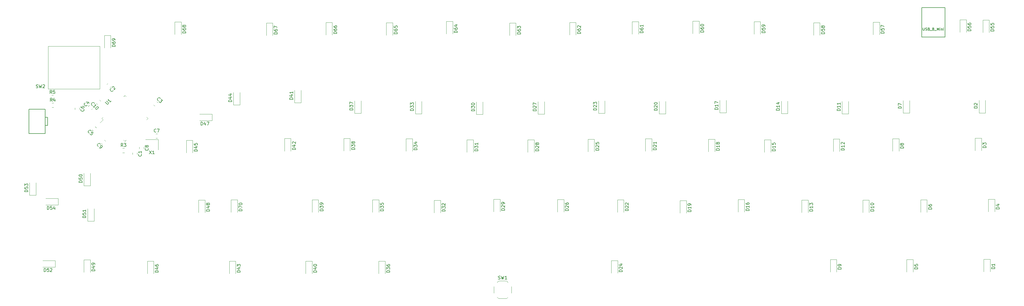
<source format=gbr>
%TF.GenerationSoftware,KiCad,Pcbnew,(5.1.5)-3*%
%TF.CreationDate,2021-06-23T12:29:00-05:00*%
%TF.ProjectId,Pikatea Keyboard,50696b61-7465-4612-904b-6579626f6172,rev?*%
%TF.SameCoordinates,Original*%
%TF.FileFunction,Legend,Top*%
%TF.FilePolarity,Positive*%
%FSLAX46Y46*%
G04 Gerber Fmt 4.6, Leading zero omitted, Abs format (unit mm)*
G04 Created by KiCad (PCBNEW (5.1.5)-3) date 2021-06-23 12:29:00*
%MOMM*%
%LPD*%
G04 APERTURE LIST*
%ADD10C,0.120000*%
%ADD11C,0.200000*%
%ADD12C,0.203200*%
%ADD13C,0.150000*%
G04 APERTURE END LIST*
D10*
%TO.C,D70*%
X25980000Y-122100000D02*
X23980000Y-122100000D01*
X23980000Y-122100000D02*
X23980000Y-126000000D01*
X25980000Y-122100000D02*
X25980000Y-126000000D01*
%TO.C,D47*%
X17990000Y-97290000D02*
X14090000Y-97290000D01*
X17990000Y-95290000D02*
X14090000Y-95290000D01*
X17990000Y-97290000D02*
X17990000Y-95290000D01*
%TO.C,D44*%
X24740000Y-92400000D02*
X26740000Y-92400000D01*
X26740000Y-92400000D02*
X26740000Y-88500000D01*
X24740000Y-92400000D02*
X24740000Y-88500000D01*
%TO.C,D41*%
X43840000Y-91710000D02*
X45840000Y-91710000D01*
X45840000Y-91710000D02*
X45840000Y-87810000D01*
X43840000Y-91710000D02*
X43840000Y-87810000D01*
%TO.C,D69*%
X-13720000Y-70630000D02*
X-15720000Y-70630000D01*
X-15720000Y-70630000D02*
X-15720000Y-74530000D01*
X-13720000Y-70630000D02*
X-13720000Y-74530000D01*
%TO.C,SW2*%
X-17114580Y-87385640D02*
X-33314580Y-87385640D01*
X-33314580Y-73985640D02*
X-17114580Y-73985640D01*
X-17114580Y-87385640D02*
X-17114580Y-73985640D01*
X-33314580Y-87385640D02*
X-33314580Y-73985640D01*
%TO.C,D68*%
X8320000Y-66400000D02*
X6320000Y-66400000D01*
X6320000Y-66400000D02*
X6320000Y-70300000D01*
X8320000Y-66400000D02*
X8320000Y-70300000D01*
%TO.C,D67*%
X36990000Y-66720000D02*
X34990000Y-66720000D01*
X34990000Y-66720000D02*
X34990000Y-70620000D01*
X36990000Y-66720000D02*
X36990000Y-70620000D01*
%TO.C,D66*%
X55620000Y-66560000D02*
X53620000Y-66560000D01*
X53620000Y-66560000D02*
X53620000Y-70460000D01*
X55620000Y-66560000D02*
X55620000Y-70460000D01*
%TO.C,D65*%
X74560000Y-66610000D02*
X72560000Y-66610000D01*
X72560000Y-66610000D02*
X72560000Y-70510000D01*
X74560000Y-66610000D02*
X74560000Y-70510000D01*
%TO.C,D64*%
X93360000Y-66240000D02*
X91360000Y-66240000D01*
X91360000Y-66240000D02*
X91360000Y-70140000D01*
X93360000Y-66240000D02*
X93360000Y-70140000D01*
%TO.C,D63*%
X113130000Y-66720000D02*
X111130000Y-66720000D01*
X111130000Y-66720000D02*
X111130000Y-70620000D01*
X113130000Y-66720000D02*
X113130000Y-70620000D01*
%TO.C,D62*%
X131920000Y-66560000D02*
X129920000Y-66560000D01*
X129920000Y-66560000D02*
X129920000Y-70460000D01*
X131920000Y-66560000D02*
X131920000Y-70460000D01*
%TO.C,D61*%
X151510000Y-66290000D02*
X149510000Y-66290000D01*
X149510000Y-66290000D02*
X149510000Y-70190000D01*
X151510000Y-66290000D02*
X151510000Y-70190000D01*
%TO.C,D60*%
X170460000Y-66120000D02*
X168460000Y-66120000D01*
X168460000Y-66120000D02*
X168460000Y-70020000D01*
X170460000Y-66120000D02*
X170460000Y-70020000D01*
%TO.C,D59*%
X189670000Y-66290000D02*
X187670000Y-66290000D01*
X187670000Y-66290000D02*
X187670000Y-70190000D01*
X189670000Y-66290000D02*
X189670000Y-70190000D01*
%TO.C,D58*%
X208300000Y-66610000D02*
X206300000Y-66610000D01*
X206300000Y-66610000D02*
X206300000Y-70510000D01*
X208300000Y-66610000D02*
X208300000Y-70510000D01*
%TO.C,D57*%
X226930000Y-66450000D02*
X224930000Y-66450000D01*
X224930000Y-66450000D02*
X224930000Y-70350000D01*
X226930000Y-66450000D02*
X226930000Y-70350000D01*
%TO.C,D56*%
X254110000Y-65710000D02*
X252110000Y-65710000D01*
X252110000Y-65710000D02*
X252110000Y-69610000D01*
X254110000Y-65710000D02*
X254110000Y-69610000D01*
%TO.C,D55*%
X261300000Y-65790000D02*
X259300000Y-65790000D01*
X259300000Y-65790000D02*
X259300000Y-69690000D01*
X261300000Y-65790000D02*
X261300000Y-69690000D01*
%TO.C,D54*%
X-30125000Y-123700000D02*
X-30125000Y-121700000D01*
X-30125000Y-121700000D02*
X-34025000Y-121700000D01*
X-30125000Y-123700000D02*
X-34025000Y-123700000D01*
%TO.C,D53*%
X-39110000Y-120620000D02*
X-37110000Y-120620000D01*
X-37110000Y-120620000D02*
X-37110000Y-116720000D01*
X-39110000Y-120620000D02*
X-39110000Y-116720000D01*
%TO.C,D52*%
X-31080000Y-143130000D02*
X-31080000Y-141130000D01*
X-31080000Y-141130000D02*
X-34980000Y-141130000D01*
X-31080000Y-143130000D02*
X-34980000Y-143130000D01*
%TO.C,D51*%
X-20939000Y-128743000D02*
X-18939000Y-128743000D01*
X-18939000Y-128743000D02*
X-18939000Y-124843000D01*
X-20939000Y-128743000D02*
X-20939000Y-124843000D01*
%TO.C,D50*%
X-22082000Y-117692000D02*
X-20082000Y-117692000D01*
X-20082000Y-117692000D02*
X-20082000Y-113792000D01*
X-22082000Y-117692000D02*
X-22082000Y-113792000D01*
%TO.C,D49*%
X-20100000Y-140900000D02*
X-22100000Y-140900000D01*
X-22100000Y-140900000D02*
X-22100000Y-144800000D01*
X-20100000Y-140900000D02*
X-20100000Y-144800000D01*
%TO.C,D48*%
X15800000Y-122160000D02*
X13800000Y-122160000D01*
X13800000Y-122160000D02*
X13800000Y-126060000D01*
X15800000Y-122160000D02*
X15800000Y-126060000D01*
%TO.C,D46*%
X-250000Y-141340000D02*
X-2250000Y-141340000D01*
X-2250000Y-141340000D02*
X-2250000Y-145240000D01*
X-250000Y-141340000D02*
X-250000Y-145240000D01*
%TO.C,D45*%
X11950000Y-103425000D02*
X9950000Y-103425000D01*
X9950000Y-103425000D02*
X9950000Y-107325000D01*
X11950000Y-103425000D02*
X11950000Y-107325000D01*
%TO.C,D43*%
X25400000Y-141325000D02*
X23400000Y-141325000D01*
X23400000Y-141325000D02*
X23400000Y-145225000D01*
X25400000Y-141325000D02*
X25400000Y-145225000D01*
%TO.C,D42*%
X42690000Y-102910000D02*
X40690000Y-102910000D01*
X40690000Y-102910000D02*
X40690000Y-106810000D01*
X42690000Y-102910000D02*
X42690000Y-106810000D01*
%TO.C,D40*%
X49325000Y-141325000D02*
X47325000Y-141325000D01*
X47325000Y-141325000D02*
X47325000Y-145225000D01*
X49325000Y-141325000D02*
X49325000Y-145225000D01*
%TO.C,D39*%
X51330000Y-122060000D02*
X49330000Y-122060000D01*
X49330000Y-122060000D02*
X49330000Y-125960000D01*
X51330000Y-122060000D02*
X51330000Y-125960000D01*
%TO.C,D38*%
X61225000Y-102875000D02*
X59225000Y-102875000D01*
X59225000Y-102875000D02*
X59225000Y-106775000D01*
X61225000Y-102875000D02*
X61225000Y-106775000D01*
%TO.C,D37*%
X62640000Y-94990000D02*
X64640000Y-94990000D01*
X64640000Y-94990000D02*
X64640000Y-91090000D01*
X62640000Y-94990000D02*
X62640000Y-91090000D01*
%TO.C,D36*%
X72200000Y-141325000D02*
X70200000Y-141325000D01*
X70200000Y-141325000D02*
X70200000Y-145225000D01*
X72200000Y-141325000D02*
X72200000Y-145225000D01*
%TO.C,D35*%
X70230000Y-122090000D02*
X68230000Y-122090000D01*
X68230000Y-122090000D02*
X68230000Y-125990000D01*
X70230000Y-122090000D02*
X70230000Y-125990000D01*
%TO.C,D34*%
X80750000Y-102980000D02*
X78750000Y-102980000D01*
X78750000Y-102980000D02*
X78750000Y-106880000D01*
X80750000Y-102980000D02*
X80750000Y-106880000D01*
%TO.C,D33*%
X81650000Y-95190000D02*
X83650000Y-95190000D01*
X83650000Y-95190000D02*
X83650000Y-91290000D01*
X81650000Y-95190000D02*
X81650000Y-91290000D01*
%TO.C,D32*%
X89560000Y-122220000D02*
X87560000Y-122220000D01*
X87560000Y-122220000D02*
X87560000Y-126120000D01*
X89560000Y-122220000D02*
X89560000Y-126120000D01*
%TO.C,D31*%
X99775000Y-103275000D02*
X97775000Y-103275000D01*
X97775000Y-103275000D02*
X97775000Y-107175000D01*
X99775000Y-103275000D02*
X99775000Y-107175000D01*
%TO.C,D30*%
X100750000Y-95300000D02*
X102750000Y-95300000D01*
X102750000Y-95300000D02*
X102750000Y-91400000D01*
X100750000Y-95300000D02*
X100750000Y-91400000D01*
%TO.C,D29*%
X108175000Y-121900000D02*
X106175000Y-121900000D01*
X106175000Y-121900000D02*
X106175000Y-125800000D01*
X108175000Y-121900000D02*
X108175000Y-125800000D01*
%TO.C,D28*%
X118830000Y-103270000D02*
X116830000Y-103270000D01*
X116830000Y-103270000D02*
X116830000Y-107170000D01*
X118830000Y-103270000D02*
X118830000Y-107170000D01*
%TO.C,D27*%
X120040000Y-95240000D02*
X122040000Y-95240000D01*
X122040000Y-95240000D02*
X122040000Y-91340000D01*
X120040000Y-95240000D02*
X120040000Y-91340000D01*
%TO.C,D26*%
X128125000Y-122000000D02*
X126125000Y-122000000D01*
X126125000Y-122000000D02*
X126125000Y-125900000D01*
X128125000Y-122000000D02*
X128125000Y-125900000D01*
%TO.C,D25*%
X137670000Y-103100000D02*
X135670000Y-103100000D01*
X135670000Y-103100000D02*
X135670000Y-107000000D01*
X137670000Y-103100000D02*
X137670000Y-107000000D01*
%TO.C,D24*%
X144975000Y-141150000D02*
X142975000Y-141150000D01*
X142975000Y-141150000D02*
X142975000Y-145050000D01*
X144975000Y-141150000D02*
X144975000Y-145050000D01*
%TO.C,D23*%
X138970000Y-95030000D02*
X140970000Y-95030000D01*
X140970000Y-95030000D02*
X140970000Y-91130000D01*
X138970000Y-95030000D02*
X138970000Y-91130000D01*
%TO.C,D22*%
X146900000Y-122050000D02*
X144900000Y-122050000D01*
X144900000Y-122050000D02*
X144900000Y-125950000D01*
X146900000Y-122050000D02*
X146900000Y-125950000D01*
%TO.C,D21*%
X155650000Y-102950000D02*
X153650000Y-102950000D01*
X153650000Y-102950000D02*
X153650000Y-106850000D01*
X155650000Y-102950000D02*
X155650000Y-106850000D01*
%TO.C,D20*%
X157960000Y-95130000D02*
X159960000Y-95130000D01*
X159960000Y-95130000D02*
X159960000Y-91230000D01*
X157960000Y-95130000D02*
X157960000Y-91230000D01*
%TO.C,D19*%
X166525000Y-122325000D02*
X164525000Y-122325000D01*
X164525000Y-122325000D02*
X164525000Y-126225000D01*
X166525000Y-122325000D02*
X166525000Y-126225000D01*
%TO.C,D18*%
X175410000Y-103100000D02*
X173410000Y-103100000D01*
X173410000Y-103100000D02*
X173410000Y-107000000D01*
X175410000Y-103100000D02*
X175410000Y-107000000D01*
%TO.C,D17*%
X176950000Y-94830000D02*
X178950000Y-94830000D01*
X178950000Y-94830000D02*
X178950000Y-90930000D01*
X176950000Y-94830000D02*
X176950000Y-90930000D01*
%TO.C,D16*%
X184675000Y-122000000D02*
X182675000Y-122000000D01*
X182675000Y-122000000D02*
X182675000Y-125900000D01*
X184675000Y-122000000D02*
X184675000Y-125900000D01*
%TO.C,D15*%
X192900000Y-103275000D02*
X190900000Y-103275000D01*
X190900000Y-103275000D02*
X190900000Y-107175000D01*
X192900000Y-103275000D02*
X192900000Y-107175000D01*
%TO.C,D14*%
X196210000Y-95080000D02*
X198210000Y-95080000D01*
X198210000Y-95080000D02*
X198210000Y-91180000D01*
X196210000Y-95080000D02*
X196210000Y-91180000D01*
%TO.C,D13*%
X204600000Y-122150000D02*
X202600000Y-122150000D01*
X202600000Y-122150000D02*
X202600000Y-126050000D01*
X204600000Y-122150000D02*
X204600000Y-126050000D01*
%TO.C,D12*%
X214475000Y-103075000D02*
X212475000Y-103075000D01*
X212475000Y-103075000D02*
X212475000Y-106975000D01*
X214475000Y-103075000D02*
X214475000Y-106975000D01*
%TO.C,D11*%
X215210000Y-95190000D02*
X217210000Y-95190000D01*
X217210000Y-95190000D02*
X217210000Y-91290000D01*
X215210000Y-95190000D02*
X215210000Y-91290000D01*
%TO.C,D10*%
X223700000Y-122150000D02*
X221700000Y-122150000D01*
X221700000Y-122150000D02*
X221700000Y-126050000D01*
X223700000Y-122150000D02*
X223700000Y-126050000D01*
%TO.C,D9*%
X213520000Y-140830000D02*
X211520000Y-140830000D01*
X211520000Y-140830000D02*
X211520000Y-144730000D01*
X213520000Y-140830000D02*
X213520000Y-144730000D01*
%TO.C,D8*%
X233025000Y-102950000D02*
X231025000Y-102950000D01*
X231025000Y-102950000D02*
X231025000Y-106850000D01*
X233025000Y-102950000D02*
X233025000Y-106850000D01*
%TO.C,D7*%
X234360000Y-94940000D02*
X236360000Y-94940000D01*
X236360000Y-94940000D02*
X236360000Y-91040000D01*
X234360000Y-94940000D02*
X234360000Y-91040000D01*
%TO.C,D6*%
X241825000Y-122050000D02*
X239825000Y-122050000D01*
X239825000Y-122050000D02*
X239825000Y-125950000D01*
X241825000Y-122050000D02*
X241825000Y-125950000D01*
%TO.C,D5*%
X237480000Y-140790000D02*
X235480000Y-140790000D01*
X235480000Y-140790000D02*
X235480000Y-144690000D01*
X237480000Y-140790000D02*
X237480000Y-144690000D01*
%TO.C,D4*%
X263000000Y-121950000D02*
X261000000Y-121950000D01*
X261000000Y-121950000D02*
X261000000Y-125850000D01*
X263000000Y-121950000D02*
X263000000Y-125850000D01*
%TO.C,D3*%
X258850000Y-102775000D02*
X256850000Y-102775000D01*
X256850000Y-102775000D02*
X256850000Y-106675000D01*
X258850000Y-102775000D02*
X258850000Y-106675000D01*
%TO.C,D2*%
X258110000Y-94870000D02*
X260110000Y-94870000D01*
X260110000Y-94870000D02*
X260110000Y-90970000D01*
X258110000Y-94870000D02*
X258110000Y-90970000D01*
%TO.C,D1*%
X261610000Y-140680000D02*
X259610000Y-140680000D01*
X259610000Y-140680000D02*
X259610000Y-144580000D01*
X261610000Y-140680000D02*
X261610000Y-144580000D01*
%TO.C,X1*%
X1190000Y-106430000D02*
X1190000Y-103230000D01*
X1190000Y-103230000D02*
X-2810000Y-103230000D01*
%TO.C,U1*%
X-2459955Y-97006586D02*
X-2053369Y-96600000D01*
X-2053369Y-96600000D02*
X-2459955Y-96193414D01*
X-8873414Y-103420045D02*
X-9280000Y-103826631D01*
X-9280000Y-103826631D02*
X-9686586Y-103420045D01*
X-9686586Y-89779955D02*
X-9280000Y-89373369D01*
X-9280000Y-89373369D02*
X-8873414Y-89779955D01*
X-16100045Y-96193414D02*
X-16506631Y-96600000D01*
X-16506631Y-96600000D02*
X-16100045Y-97006586D01*
X-16100045Y-97006586D02*
X-17012213Y-97918754D01*
%TO.C,SW1*%
X107263140Y-152571800D02*
X107713140Y-153021800D01*
X110663140Y-152571800D02*
X110213140Y-153021800D01*
X110663140Y-147971800D02*
X110213140Y-147521800D01*
X107263140Y-147971800D02*
X107713140Y-147521800D01*
X111713140Y-149271800D02*
X111713140Y-151271800D01*
X107713140Y-153021800D02*
X110213140Y-153021800D01*
X106213140Y-149271800D02*
X106213140Y-151271800D01*
X107713140Y-147521800D02*
X110213140Y-147521800D01*
%TO.C,R5*%
X-32206078Y-89290000D02*
X-31688922Y-89290000D01*
X-32206078Y-90710000D02*
X-31688922Y-90710000D01*
%TO.C,R4*%
X-32126078Y-91740000D02*
X-31608922Y-91740000D01*
X-32126078Y-93160000D02*
X-31608922Y-93160000D01*
%TO.C,R3*%
X-9976078Y-105910000D02*
X-9458922Y-105910000D01*
X-9976078Y-107330000D02*
X-9458922Y-107330000D01*
D11*
%TO.C,J2*%
X240140000Y-71120000D02*
X247440000Y-71120000D01*
X247440000Y-71120000D02*
X247440000Y-61920000D01*
X247440000Y-61920000D02*
X240140000Y-61920000D01*
X240140000Y-61920000D02*
X240140000Y-71120000D01*
%TO.C,J1*%
X-34250000Y-98820000D02*
X-33450000Y-98820000D01*
X-33450000Y-98820000D02*
X-33450000Y-96270000D01*
X-33450000Y-96270000D02*
X-34250000Y-96270000D01*
D12*
X-34260000Y-93760000D02*
X-34260000Y-101380000D01*
X-39340000Y-101380000D02*
X-39340000Y-93760000D01*
X-39340000Y-93760000D02*
X-34260000Y-93760000D01*
X-34260000Y-101380000D02*
X-39340000Y-101380000D01*
D10*
%TO.C,C10*%
X-17872117Y-92221975D02*
X-18237801Y-91856291D01*
X-16868025Y-91217883D02*
X-17233709Y-90852199D01*
%TO.C,C9*%
X-16342117Y-104721975D02*
X-16707801Y-104356291D01*
X-15338025Y-103717883D02*
X-15703709Y-103352199D01*
%TO.C,C8*%
X-3320000Y-105558922D02*
X-3320000Y-106076078D01*
X-4740000Y-105558922D02*
X-4740000Y-106076078D01*
%TO.C,C7*%
X403922Y-101390000D02*
X921078Y-101390000D01*
X403922Y-102810000D02*
X921078Y-102810000D01*
%TO.C,C6*%
X-23460000Y-93318922D02*
X-23460000Y-93836078D01*
X-24880000Y-93318922D02*
X-24880000Y-93836078D01*
%TO.C,C5*%
X-18202199Y-99543709D02*
X-18567883Y-99178025D01*
X-19206291Y-100547801D02*
X-19571975Y-100182117D01*
%TO.C,C4*%
X-20751975Y-92837883D02*
X-20386291Y-92472199D01*
X-19747883Y-93841975D02*
X-19382199Y-93476291D01*
%TO.C,C3*%
X736291Y-91362199D02*
X1101975Y-91727883D01*
X-267801Y-92366291D02*
X97883Y-92731975D01*
%TO.C,C2*%
X-13578025Y-86602117D02*
X-13943709Y-86967801D01*
X-14582117Y-85598025D02*
X-14947801Y-85963709D01*
%TO.C,C1*%
X-5440000Y-107378922D02*
X-5440000Y-107896078D01*
X-6860000Y-107378922D02*
X-6860000Y-107896078D01*
%TO.C,D70*%
D13*
X27432380Y-125564285D02*
X26432380Y-125564285D01*
X26432380Y-125326190D01*
X26480000Y-125183333D01*
X26575238Y-125088095D01*
X26670476Y-125040476D01*
X26860952Y-124992857D01*
X27003809Y-124992857D01*
X27194285Y-125040476D01*
X27289523Y-125088095D01*
X27384761Y-125183333D01*
X27432380Y-125326190D01*
X27432380Y-125564285D01*
X26432380Y-124659523D02*
X26432380Y-123992857D01*
X27432380Y-124421428D01*
X26432380Y-123421428D02*
X26432380Y-123326190D01*
X26480000Y-123230952D01*
X26527619Y-123183333D01*
X26622857Y-123135714D01*
X26813333Y-123088095D01*
X27051428Y-123088095D01*
X27241904Y-123135714D01*
X27337142Y-123183333D01*
X27384761Y-123230952D01*
X27432380Y-123326190D01*
X27432380Y-123421428D01*
X27384761Y-123516666D01*
X27337142Y-123564285D01*
X27241904Y-123611904D01*
X27051428Y-123659523D01*
X26813333Y-123659523D01*
X26622857Y-123611904D01*
X26527619Y-123564285D01*
X26480000Y-123516666D01*
X26432380Y-123421428D01*
%TO.C,D47*%
X14525714Y-98742380D02*
X14525714Y-97742380D01*
X14763809Y-97742380D01*
X14906666Y-97790000D01*
X15001904Y-97885238D01*
X15049523Y-97980476D01*
X15097142Y-98170952D01*
X15097142Y-98313809D01*
X15049523Y-98504285D01*
X15001904Y-98599523D01*
X14906666Y-98694761D01*
X14763809Y-98742380D01*
X14525714Y-98742380D01*
X15954285Y-98075714D02*
X15954285Y-98742380D01*
X15716190Y-97694761D02*
X15478095Y-98409047D01*
X16097142Y-98409047D01*
X16382857Y-97742380D02*
X17049523Y-97742380D01*
X16620952Y-98742380D01*
%TO.C,D44*%
X24192380Y-91364285D02*
X23192380Y-91364285D01*
X23192380Y-91126190D01*
X23240000Y-90983333D01*
X23335238Y-90888095D01*
X23430476Y-90840476D01*
X23620952Y-90792857D01*
X23763809Y-90792857D01*
X23954285Y-90840476D01*
X24049523Y-90888095D01*
X24144761Y-90983333D01*
X24192380Y-91126190D01*
X24192380Y-91364285D01*
X23525714Y-89935714D02*
X24192380Y-89935714D01*
X23144761Y-90173809D02*
X23859047Y-90411904D01*
X23859047Y-89792857D01*
X23525714Y-88983333D02*
X24192380Y-88983333D01*
X23144761Y-89221428D02*
X23859047Y-89459523D01*
X23859047Y-88840476D01*
%TO.C,D41*%
X43292380Y-90674285D02*
X42292380Y-90674285D01*
X42292380Y-90436190D01*
X42340000Y-90293333D01*
X42435238Y-90198095D01*
X42530476Y-90150476D01*
X42720952Y-90102857D01*
X42863809Y-90102857D01*
X43054285Y-90150476D01*
X43149523Y-90198095D01*
X43244761Y-90293333D01*
X43292380Y-90436190D01*
X43292380Y-90674285D01*
X42625714Y-89245714D02*
X43292380Y-89245714D01*
X42244761Y-89483809D02*
X42959047Y-89721904D01*
X42959047Y-89102857D01*
X43292380Y-88198095D02*
X43292380Y-88769523D01*
X43292380Y-88483809D02*
X42292380Y-88483809D01*
X42435238Y-88579047D01*
X42530476Y-88674285D01*
X42578095Y-88769523D01*
%TO.C,D69*%
X-12267619Y-74094285D02*
X-13267619Y-74094285D01*
X-13267619Y-73856190D01*
X-13220000Y-73713333D01*
X-13124761Y-73618095D01*
X-13029523Y-73570476D01*
X-12839047Y-73522857D01*
X-12696190Y-73522857D01*
X-12505714Y-73570476D01*
X-12410476Y-73618095D01*
X-12315238Y-73713333D01*
X-12267619Y-73856190D01*
X-12267619Y-74094285D01*
X-13267619Y-72665714D02*
X-13267619Y-72856190D01*
X-13220000Y-72951428D01*
X-13172380Y-72999047D01*
X-13029523Y-73094285D01*
X-12839047Y-73141904D01*
X-12458095Y-73141904D01*
X-12362857Y-73094285D01*
X-12315238Y-73046666D01*
X-12267619Y-72951428D01*
X-12267619Y-72760952D01*
X-12315238Y-72665714D01*
X-12362857Y-72618095D01*
X-12458095Y-72570476D01*
X-12696190Y-72570476D01*
X-12791428Y-72618095D01*
X-12839047Y-72665714D01*
X-12886666Y-72760952D01*
X-12886666Y-72951428D01*
X-12839047Y-73046666D01*
X-12791428Y-73094285D01*
X-12696190Y-73141904D01*
X-12267619Y-72094285D02*
X-12267619Y-71903809D01*
X-12315238Y-71808571D01*
X-12362857Y-71760952D01*
X-12505714Y-71665714D01*
X-12696190Y-71618095D01*
X-13077142Y-71618095D01*
X-13172380Y-71665714D01*
X-13220000Y-71713333D01*
X-13267619Y-71808571D01*
X-13267619Y-71999047D01*
X-13220000Y-72094285D01*
X-13172380Y-72141904D01*
X-13077142Y-72189523D01*
X-12839047Y-72189523D01*
X-12743809Y-72141904D01*
X-12696190Y-72094285D01*
X-12648571Y-71999047D01*
X-12648571Y-71808571D01*
X-12696190Y-71713333D01*
X-12743809Y-71665714D01*
X-12839047Y-71618095D01*
%TO.C,SW2*%
X-37047913Y-86990401D02*
X-36905056Y-87038020D01*
X-36666960Y-87038020D01*
X-36571722Y-86990401D01*
X-36524103Y-86942782D01*
X-36476484Y-86847544D01*
X-36476484Y-86752306D01*
X-36524103Y-86657068D01*
X-36571722Y-86609449D01*
X-36666960Y-86561830D01*
X-36857437Y-86514211D01*
X-36952675Y-86466592D01*
X-37000294Y-86418973D01*
X-37047913Y-86323735D01*
X-37047913Y-86228497D01*
X-37000294Y-86133259D01*
X-36952675Y-86085640D01*
X-36857437Y-86038020D01*
X-36619341Y-86038020D01*
X-36476484Y-86085640D01*
X-36143151Y-86038020D02*
X-35905056Y-87038020D01*
X-35714580Y-86323735D01*
X-35524103Y-87038020D01*
X-35286008Y-86038020D01*
X-34952675Y-86133259D02*
X-34905056Y-86085640D01*
X-34809818Y-86038020D01*
X-34571722Y-86038020D01*
X-34476484Y-86085640D01*
X-34428865Y-86133259D01*
X-34381246Y-86228497D01*
X-34381246Y-86323735D01*
X-34428865Y-86466592D01*
X-35000294Y-87038020D01*
X-34381246Y-87038020D01*
%TO.C,D68*%
X9772380Y-69864285D02*
X8772380Y-69864285D01*
X8772380Y-69626190D01*
X8820000Y-69483333D01*
X8915238Y-69388095D01*
X9010476Y-69340476D01*
X9200952Y-69292857D01*
X9343809Y-69292857D01*
X9534285Y-69340476D01*
X9629523Y-69388095D01*
X9724761Y-69483333D01*
X9772380Y-69626190D01*
X9772380Y-69864285D01*
X8772380Y-68435714D02*
X8772380Y-68626190D01*
X8820000Y-68721428D01*
X8867619Y-68769047D01*
X9010476Y-68864285D01*
X9200952Y-68911904D01*
X9581904Y-68911904D01*
X9677142Y-68864285D01*
X9724761Y-68816666D01*
X9772380Y-68721428D01*
X9772380Y-68530952D01*
X9724761Y-68435714D01*
X9677142Y-68388095D01*
X9581904Y-68340476D01*
X9343809Y-68340476D01*
X9248571Y-68388095D01*
X9200952Y-68435714D01*
X9153333Y-68530952D01*
X9153333Y-68721428D01*
X9200952Y-68816666D01*
X9248571Y-68864285D01*
X9343809Y-68911904D01*
X9200952Y-67769047D02*
X9153333Y-67864285D01*
X9105714Y-67911904D01*
X9010476Y-67959523D01*
X8962857Y-67959523D01*
X8867619Y-67911904D01*
X8820000Y-67864285D01*
X8772380Y-67769047D01*
X8772380Y-67578571D01*
X8820000Y-67483333D01*
X8867619Y-67435714D01*
X8962857Y-67388095D01*
X9010476Y-67388095D01*
X9105714Y-67435714D01*
X9153333Y-67483333D01*
X9200952Y-67578571D01*
X9200952Y-67769047D01*
X9248571Y-67864285D01*
X9296190Y-67911904D01*
X9391428Y-67959523D01*
X9581904Y-67959523D01*
X9677142Y-67911904D01*
X9724761Y-67864285D01*
X9772380Y-67769047D01*
X9772380Y-67578571D01*
X9724761Y-67483333D01*
X9677142Y-67435714D01*
X9581904Y-67388095D01*
X9391428Y-67388095D01*
X9296190Y-67435714D01*
X9248571Y-67483333D01*
X9200952Y-67578571D01*
%TO.C,D67*%
X38442380Y-70184285D02*
X37442380Y-70184285D01*
X37442380Y-69946190D01*
X37490000Y-69803333D01*
X37585238Y-69708095D01*
X37680476Y-69660476D01*
X37870952Y-69612857D01*
X38013809Y-69612857D01*
X38204285Y-69660476D01*
X38299523Y-69708095D01*
X38394761Y-69803333D01*
X38442380Y-69946190D01*
X38442380Y-70184285D01*
X37442380Y-68755714D02*
X37442380Y-68946190D01*
X37490000Y-69041428D01*
X37537619Y-69089047D01*
X37680476Y-69184285D01*
X37870952Y-69231904D01*
X38251904Y-69231904D01*
X38347142Y-69184285D01*
X38394761Y-69136666D01*
X38442380Y-69041428D01*
X38442380Y-68850952D01*
X38394761Y-68755714D01*
X38347142Y-68708095D01*
X38251904Y-68660476D01*
X38013809Y-68660476D01*
X37918571Y-68708095D01*
X37870952Y-68755714D01*
X37823333Y-68850952D01*
X37823333Y-69041428D01*
X37870952Y-69136666D01*
X37918571Y-69184285D01*
X38013809Y-69231904D01*
X37442380Y-68327142D02*
X37442380Y-67660476D01*
X38442380Y-68089047D01*
%TO.C,D66*%
X57072380Y-70024285D02*
X56072380Y-70024285D01*
X56072380Y-69786190D01*
X56120000Y-69643333D01*
X56215238Y-69548095D01*
X56310476Y-69500476D01*
X56500952Y-69452857D01*
X56643809Y-69452857D01*
X56834285Y-69500476D01*
X56929523Y-69548095D01*
X57024761Y-69643333D01*
X57072380Y-69786190D01*
X57072380Y-70024285D01*
X56072380Y-68595714D02*
X56072380Y-68786190D01*
X56120000Y-68881428D01*
X56167619Y-68929047D01*
X56310476Y-69024285D01*
X56500952Y-69071904D01*
X56881904Y-69071904D01*
X56977142Y-69024285D01*
X57024761Y-68976666D01*
X57072380Y-68881428D01*
X57072380Y-68690952D01*
X57024761Y-68595714D01*
X56977142Y-68548095D01*
X56881904Y-68500476D01*
X56643809Y-68500476D01*
X56548571Y-68548095D01*
X56500952Y-68595714D01*
X56453333Y-68690952D01*
X56453333Y-68881428D01*
X56500952Y-68976666D01*
X56548571Y-69024285D01*
X56643809Y-69071904D01*
X56072380Y-67643333D02*
X56072380Y-67833809D01*
X56120000Y-67929047D01*
X56167619Y-67976666D01*
X56310476Y-68071904D01*
X56500952Y-68119523D01*
X56881904Y-68119523D01*
X56977142Y-68071904D01*
X57024761Y-68024285D01*
X57072380Y-67929047D01*
X57072380Y-67738571D01*
X57024761Y-67643333D01*
X56977142Y-67595714D01*
X56881904Y-67548095D01*
X56643809Y-67548095D01*
X56548571Y-67595714D01*
X56500952Y-67643333D01*
X56453333Y-67738571D01*
X56453333Y-67929047D01*
X56500952Y-68024285D01*
X56548571Y-68071904D01*
X56643809Y-68119523D01*
%TO.C,D65*%
X76012380Y-70074285D02*
X75012380Y-70074285D01*
X75012380Y-69836190D01*
X75060000Y-69693333D01*
X75155238Y-69598095D01*
X75250476Y-69550476D01*
X75440952Y-69502857D01*
X75583809Y-69502857D01*
X75774285Y-69550476D01*
X75869523Y-69598095D01*
X75964761Y-69693333D01*
X76012380Y-69836190D01*
X76012380Y-70074285D01*
X75012380Y-68645714D02*
X75012380Y-68836190D01*
X75060000Y-68931428D01*
X75107619Y-68979047D01*
X75250476Y-69074285D01*
X75440952Y-69121904D01*
X75821904Y-69121904D01*
X75917142Y-69074285D01*
X75964761Y-69026666D01*
X76012380Y-68931428D01*
X76012380Y-68740952D01*
X75964761Y-68645714D01*
X75917142Y-68598095D01*
X75821904Y-68550476D01*
X75583809Y-68550476D01*
X75488571Y-68598095D01*
X75440952Y-68645714D01*
X75393333Y-68740952D01*
X75393333Y-68931428D01*
X75440952Y-69026666D01*
X75488571Y-69074285D01*
X75583809Y-69121904D01*
X75012380Y-67645714D02*
X75012380Y-68121904D01*
X75488571Y-68169523D01*
X75440952Y-68121904D01*
X75393333Y-68026666D01*
X75393333Y-67788571D01*
X75440952Y-67693333D01*
X75488571Y-67645714D01*
X75583809Y-67598095D01*
X75821904Y-67598095D01*
X75917142Y-67645714D01*
X75964761Y-67693333D01*
X76012380Y-67788571D01*
X76012380Y-68026666D01*
X75964761Y-68121904D01*
X75917142Y-68169523D01*
%TO.C,D64*%
X94812380Y-69704285D02*
X93812380Y-69704285D01*
X93812380Y-69466190D01*
X93860000Y-69323333D01*
X93955238Y-69228095D01*
X94050476Y-69180476D01*
X94240952Y-69132857D01*
X94383809Y-69132857D01*
X94574285Y-69180476D01*
X94669523Y-69228095D01*
X94764761Y-69323333D01*
X94812380Y-69466190D01*
X94812380Y-69704285D01*
X93812380Y-68275714D02*
X93812380Y-68466190D01*
X93860000Y-68561428D01*
X93907619Y-68609047D01*
X94050476Y-68704285D01*
X94240952Y-68751904D01*
X94621904Y-68751904D01*
X94717142Y-68704285D01*
X94764761Y-68656666D01*
X94812380Y-68561428D01*
X94812380Y-68370952D01*
X94764761Y-68275714D01*
X94717142Y-68228095D01*
X94621904Y-68180476D01*
X94383809Y-68180476D01*
X94288571Y-68228095D01*
X94240952Y-68275714D01*
X94193333Y-68370952D01*
X94193333Y-68561428D01*
X94240952Y-68656666D01*
X94288571Y-68704285D01*
X94383809Y-68751904D01*
X94145714Y-67323333D02*
X94812380Y-67323333D01*
X93764761Y-67561428D02*
X94479047Y-67799523D01*
X94479047Y-67180476D01*
%TO.C,D63*%
X114582380Y-70184285D02*
X113582380Y-70184285D01*
X113582380Y-69946190D01*
X113630000Y-69803333D01*
X113725238Y-69708095D01*
X113820476Y-69660476D01*
X114010952Y-69612857D01*
X114153809Y-69612857D01*
X114344285Y-69660476D01*
X114439523Y-69708095D01*
X114534761Y-69803333D01*
X114582380Y-69946190D01*
X114582380Y-70184285D01*
X113582380Y-68755714D02*
X113582380Y-68946190D01*
X113630000Y-69041428D01*
X113677619Y-69089047D01*
X113820476Y-69184285D01*
X114010952Y-69231904D01*
X114391904Y-69231904D01*
X114487142Y-69184285D01*
X114534761Y-69136666D01*
X114582380Y-69041428D01*
X114582380Y-68850952D01*
X114534761Y-68755714D01*
X114487142Y-68708095D01*
X114391904Y-68660476D01*
X114153809Y-68660476D01*
X114058571Y-68708095D01*
X114010952Y-68755714D01*
X113963333Y-68850952D01*
X113963333Y-69041428D01*
X114010952Y-69136666D01*
X114058571Y-69184285D01*
X114153809Y-69231904D01*
X113582380Y-68327142D02*
X113582380Y-67708095D01*
X113963333Y-68041428D01*
X113963333Y-67898571D01*
X114010952Y-67803333D01*
X114058571Y-67755714D01*
X114153809Y-67708095D01*
X114391904Y-67708095D01*
X114487142Y-67755714D01*
X114534761Y-67803333D01*
X114582380Y-67898571D01*
X114582380Y-68184285D01*
X114534761Y-68279523D01*
X114487142Y-68327142D01*
%TO.C,D62*%
X133372380Y-70024285D02*
X132372380Y-70024285D01*
X132372380Y-69786190D01*
X132420000Y-69643333D01*
X132515238Y-69548095D01*
X132610476Y-69500476D01*
X132800952Y-69452857D01*
X132943809Y-69452857D01*
X133134285Y-69500476D01*
X133229523Y-69548095D01*
X133324761Y-69643333D01*
X133372380Y-69786190D01*
X133372380Y-70024285D01*
X132372380Y-68595714D02*
X132372380Y-68786190D01*
X132420000Y-68881428D01*
X132467619Y-68929047D01*
X132610476Y-69024285D01*
X132800952Y-69071904D01*
X133181904Y-69071904D01*
X133277142Y-69024285D01*
X133324761Y-68976666D01*
X133372380Y-68881428D01*
X133372380Y-68690952D01*
X133324761Y-68595714D01*
X133277142Y-68548095D01*
X133181904Y-68500476D01*
X132943809Y-68500476D01*
X132848571Y-68548095D01*
X132800952Y-68595714D01*
X132753333Y-68690952D01*
X132753333Y-68881428D01*
X132800952Y-68976666D01*
X132848571Y-69024285D01*
X132943809Y-69071904D01*
X132467619Y-68119523D02*
X132420000Y-68071904D01*
X132372380Y-67976666D01*
X132372380Y-67738571D01*
X132420000Y-67643333D01*
X132467619Y-67595714D01*
X132562857Y-67548095D01*
X132658095Y-67548095D01*
X132800952Y-67595714D01*
X133372380Y-68167142D01*
X133372380Y-67548095D01*
%TO.C,D61*%
X152962380Y-69754285D02*
X151962380Y-69754285D01*
X151962380Y-69516190D01*
X152010000Y-69373333D01*
X152105238Y-69278095D01*
X152200476Y-69230476D01*
X152390952Y-69182857D01*
X152533809Y-69182857D01*
X152724285Y-69230476D01*
X152819523Y-69278095D01*
X152914761Y-69373333D01*
X152962380Y-69516190D01*
X152962380Y-69754285D01*
X151962380Y-68325714D02*
X151962380Y-68516190D01*
X152010000Y-68611428D01*
X152057619Y-68659047D01*
X152200476Y-68754285D01*
X152390952Y-68801904D01*
X152771904Y-68801904D01*
X152867142Y-68754285D01*
X152914761Y-68706666D01*
X152962380Y-68611428D01*
X152962380Y-68420952D01*
X152914761Y-68325714D01*
X152867142Y-68278095D01*
X152771904Y-68230476D01*
X152533809Y-68230476D01*
X152438571Y-68278095D01*
X152390952Y-68325714D01*
X152343333Y-68420952D01*
X152343333Y-68611428D01*
X152390952Y-68706666D01*
X152438571Y-68754285D01*
X152533809Y-68801904D01*
X152962380Y-67278095D02*
X152962380Y-67849523D01*
X152962380Y-67563809D02*
X151962380Y-67563809D01*
X152105238Y-67659047D01*
X152200476Y-67754285D01*
X152248095Y-67849523D01*
%TO.C,D60*%
X171912380Y-69584285D02*
X170912380Y-69584285D01*
X170912380Y-69346190D01*
X170960000Y-69203333D01*
X171055238Y-69108095D01*
X171150476Y-69060476D01*
X171340952Y-69012857D01*
X171483809Y-69012857D01*
X171674285Y-69060476D01*
X171769523Y-69108095D01*
X171864761Y-69203333D01*
X171912380Y-69346190D01*
X171912380Y-69584285D01*
X170912380Y-68155714D02*
X170912380Y-68346190D01*
X170960000Y-68441428D01*
X171007619Y-68489047D01*
X171150476Y-68584285D01*
X171340952Y-68631904D01*
X171721904Y-68631904D01*
X171817142Y-68584285D01*
X171864761Y-68536666D01*
X171912380Y-68441428D01*
X171912380Y-68250952D01*
X171864761Y-68155714D01*
X171817142Y-68108095D01*
X171721904Y-68060476D01*
X171483809Y-68060476D01*
X171388571Y-68108095D01*
X171340952Y-68155714D01*
X171293333Y-68250952D01*
X171293333Y-68441428D01*
X171340952Y-68536666D01*
X171388571Y-68584285D01*
X171483809Y-68631904D01*
X170912380Y-67441428D02*
X170912380Y-67346190D01*
X170960000Y-67250952D01*
X171007619Y-67203333D01*
X171102857Y-67155714D01*
X171293333Y-67108095D01*
X171531428Y-67108095D01*
X171721904Y-67155714D01*
X171817142Y-67203333D01*
X171864761Y-67250952D01*
X171912380Y-67346190D01*
X171912380Y-67441428D01*
X171864761Y-67536666D01*
X171817142Y-67584285D01*
X171721904Y-67631904D01*
X171531428Y-67679523D01*
X171293333Y-67679523D01*
X171102857Y-67631904D01*
X171007619Y-67584285D01*
X170960000Y-67536666D01*
X170912380Y-67441428D01*
%TO.C,D59*%
X191122380Y-69754285D02*
X190122380Y-69754285D01*
X190122380Y-69516190D01*
X190170000Y-69373333D01*
X190265238Y-69278095D01*
X190360476Y-69230476D01*
X190550952Y-69182857D01*
X190693809Y-69182857D01*
X190884285Y-69230476D01*
X190979523Y-69278095D01*
X191074761Y-69373333D01*
X191122380Y-69516190D01*
X191122380Y-69754285D01*
X190122380Y-68278095D02*
X190122380Y-68754285D01*
X190598571Y-68801904D01*
X190550952Y-68754285D01*
X190503333Y-68659047D01*
X190503333Y-68420952D01*
X190550952Y-68325714D01*
X190598571Y-68278095D01*
X190693809Y-68230476D01*
X190931904Y-68230476D01*
X191027142Y-68278095D01*
X191074761Y-68325714D01*
X191122380Y-68420952D01*
X191122380Y-68659047D01*
X191074761Y-68754285D01*
X191027142Y-68801904D01*
X191122380Y-67754285D02*
X191122380Y-67563809D01*
X191074761Y-67468571D01*
X191027142Y-67420952D01*
X190884285Y-67325714D01*
X190693809Y-67278095D01*
X190312857Y-67278095D01*
X190217619Y-67325714D01*
X190170000Y-67373333D01*
X190122380Y-67468571D01*
X190122380Y-67659047D01*
X190170000Y-67754285D01*
X190217619Y-67801904D01*
X190312857Y-67849523D01*
X190550952Y-67849523D01*
X190646190Y-67801904D01*
X190693809Y-67754285D01*
X190741428Y-67659047D01*
X190741428Y-67468571D01*
X190693809Y-67373333D01*
X190646190Y-67325714D01*
X190550952Y-67278095D01*
%TO.C,D58*%
X209752380Y-70074285D02*
X208752380Y-70074285D01*
X208752380Y-69836190D01*
X208800000Y-69693333D01*
X208895238Y-69598095D01*
X208990476Y-69550476D01*
X209180952Y-69502857D01*
X209323809Y-69502857D01*
X209514285Y-69550476D01*
X209609523Y-69598095D01*
X209704761Y-69693333D01*
X209752380Y-69836190D01*
X209752380Y-70074285D01*
X208752380Y-68598095D02*
X208752380Y-69074285D01*
X209228571Y-69121904D01*
X209180952Y-69074285D01*
X209133333Y-68979047D01*
X209133333Y-68740952D01*
X209180952Y-68645714D01*
X209228571Y-68598095D01*
X209323809Y-68550476D01*
X209561904Y-68550476D01*
X209657142Y-68598095D01*
X209704761Y-68645714D01*
X209752380Y-68740952D01*
X209752380Y-68979047D01*
X209704761Y-69074285D01*
X209657142Y-69121904D01*
X209180952Y-67979047D02*
X209133333Y-68074285D01*
X209085714Y-68121904D01*
X208990476Y-68169523D01*
X208942857Y-68169523D01*
X208847619Y-68121904D01*
X208800000Y-68074285D01*
X208752380Y-67979047D01*
X208752380Y-67788571D01*
X208800000Y-67693333D01*
X208847619Y-67645714D01*
X208942857Y-67598095D01*
X208990476Y-67598095D01*
X209085714Y-67645714D01*
X209133333Y-67693333D01*
X209180952Y-67788571D01*
X209180952Y-67979047D01*
X209228571Y-68074285D01*
X209276190Y-68121904D01*
X209371428Y-68169523D01*
X209561904Y-68169523D01*
X209657142Y-68121904D01*
X209704761Y-68074285D01*
X209752380Y-67979047D01*
X209752380Y-67788571D01*
X209704761Y-67693333D01*
X209657142Y-67645714D01*
X209561904Y-67598095D01*
X209371428Y-67598095D01*
X209276190Y-67645714D01*
X209228571Y-67693333D01*
X209180952Y-67788571D01*
%TO.C,D57*%
X228382380Y-69914285D02*
X227382380Y-69914285D01*
X227382380Y-69676190D01*
X227430000Y-69533333D01*
X227525238Y-69438095D01*
X227620476Y-69390476D01*
X227810952Y-69342857D01*
X227953809Y-69342857D01*
X228144285Y-69390476D01*
X228239523Y-69438095D01*
X228334761Y-69533333D01*
X228382380Y-69676190D01*
X228382380Y-69914285D01*
X227382380Y-68438095D02*
X227382380Y-68914285D01*
X227858571Y-68961904D01*
X227810952Y-68914285D01*
X227763333Y-68819047D01*
X227763333Y-68580952D01*
X227810952Y-68485714D01*
X227858571Y-68438095D01*
X227953809Y-68390476D01*
X228191904Y-68390476D01*
X228287142Y-68438095D01*
X228334761Y-68485714D01*
X228382380Y-68580952D01*
X228382380Y-68819047D01*
X228334761Y-68914285D01*
X228287142Y-68961904D01*
X227382380Y-68057142D02*
X227382380Y-67390476D01*
X228382380Y-67819047D01*
%TO.C,D56*%
X255562380Y-69174285D02*
X254562380Y-69174285D01*
X254562380Y-68936190D01*
X254610000Y-68793333D01*
X254705238Y-68698095D01*
X254800476Y-68650476D01*
X254990952Y-68602857D01*
X255133809Y-68602857D01*
X255324285Y-68650476D01*
X255419523Y-68698095D01*
X255514761Y-68793333D01*
X255562380Y-68936190D01*
X255562380Y-69174285D01*
X254562380Y-67698095D02*
X254562380Y-68174285D01*
X255038571Y-68221904D01*
X254990952Y-68174285D01*
X254943333Y-68079047D01*
X254943333Y-67840952D01*
X254990952Y-67745714D01*
X255038571Y-67698095D01*
X255133809Y-67650476D01*
X255371904Y-67650476D01*
X255467142Y-67698095D01*
X255514761Y-67745714D01*
X255562380Y-67840952D01*
X255562380Y-68079047D01*
X255514761Y-68174285D01*
X255467142Y-68221904D01*
X254562380Y-66793333D02*
X254562380Y-66983809D01*
X254610000Y-67079047D01*
X254657619Y-67126666D01*
X254800476Y-67221904D01*
X254990952Y-67269523D01*
X255371904Y-67269523D01*
X255467142Y-67221904D01*
X255514761Y-67174285D01*
X255562380Y-67079047D01*
X255562380Y-66888571D01*
X255514761Y-66793333D01*
X255467142Y-66745714D01*
X255371904Y-66698095D01*
X255133809Y-66698095D01*
X255038571Y-66745714D01*
X254990952Y-66793333D01*
X254943333Y-66888571D01*
X254943333Y-67079047D01*
X254990952Y-67174285D01*
X255038571Y-67221904D01*
X255133809Y-67269523D01*
%TO.C,D55*%
X262752380Y-69254285D02*
X261752380Y-69254285D01*
X261752380Y-69016190D01*
X261800000Y-68873333D01*
X261895238Y-68778095D01*
X261990476Y-68730476D01*
X262180952Y-68682857D01*
X262323809Y-68682857D01*
X262514285Y-68730476D01*
X262609523Y-68778095D01*
X262704761Y-68873333D01*
X262752380Y-69016190D01*
X262752380Y-69254285D01*
X261752380Y-67778095D02*
X261752380Y-68254285D01*
X262228571Y-68301904D01*
X262180952Y-68254285D01*
X262133333Y-68159047D01*
X262133333Y-67920952D01*
X262180952Y-67825714D01*
X262228571Y-67778095D01*
X262323809Y-67730476D01*
X262561904Y-67730476D01*
X262657142Y-67778095D01*
X262704761Y-67825714D01*
X262752380Y-67920952D01*
X262752380Y-68159047D01*
X262704761Y-68254285D01*
X262657142Y-68301904D01*
X261752380Y-66825714D02*
X261752380Y-67301904D01*
X262228571Y-67349523D01*
X262180952Y-67301904D01*
X262133333Y-67206666D01*
X262133333Y-66968571D01*
X262180952Y-66873333D01*
X262228571Y-66825714D01*
X262323809Y-66778095D01*
X262561904Y-66778095D01*
X262657142Y-66825714D01*
X262704761Y-66873333D01*
X262752380Y-66968571D01*
X262752380Y-67206666D01*
X262704761Y-67301904D01*
X262657142Y-67349523D01*
%TO.C,D54*%
X-33589285Y-125152380D02*
X-33589285Y-124152380D01*
X-33351190Y-124152380D01*
X-33208333Y-124200000D01*
X-33113095Y-124295238D01*
X-33065476Y-124390476D01*
X-33017857Y-124580952D01*
X-33017857Y-124723809D01*
X-33065476Y-124914285D01*
X-33113095Y-125009523D01*
X-33208333Y-125104761D01*
X-33351190Y-125152380D01*
X-33589285Y-125152380D01*
X-32113095Y-124152380D02*
X-32589285Y-124152380D01*
X-32636904Y-124628571D01*
X-32589285Y-124580952D01*
X-32494047Y-124533333D01*
X-32255952Y-124533333D01*
X-32160714Y-124580952D01*
X-32113095Y-124628571D01*
X-32065476Y-124723809D01*
X-32065476Y-124961904D01*
X-32113095Y-125057142D01*
X-32160714Y-125104761D01*
X-32255952Y-125152380D01*
X-32494047Y-125152380D01*
X-32589285Y-125104761D01*
X-32636904Y-125057142D01*
X-31208333Y-124485714D02*
X-31208333Y-125152380D01*
X-31446428Y-124104761D02*
X-31684523Y-124819047D01*
X-31065476Y-124819047D01*
%TO.C,D53*%
X-39657619Y-119584285D02*
X-40657619Y-119584285D01*
X-40657619Y-119346190D01*
X-40610000Y-119203333D01*
X-40514761Y-119108095D01*
X-40419523Y-119060476D01*
X-40229047Y-119012857D01*
X-40086190Y-119012857D01*
X-39895714Y-119060476D01*
X-39800476Y-119108095D01*
X-39705238Y-119203333D01*
X-39657619Y-119346190D01*
X-39657619Y-119584285D01*
X-40657619Y-118108095D02*
X-40657619Y-118584285D01*
X-40181428Y-118631904D01*
X-40229047Y-118584285D01*
X-40276666Y-118489047D01*
X-40276666Y-118250952D01*
X-40229047Y-118155714D01*
X-40181428Y-118108095D01*
X-40086190Y-118060476D01*
X-39848095Y-118060476D01*
X-39752857Y-118108095D01*
X-39705238Y-118155714D01*
X-39657619Y-118250952D01*
X-39657619Y-118489047D01*
X-39705238Y-118584285D01*
X-39752857Y-118631904D01*
X-40657619Y-117727142D02*
X-40657619Y-117108095D01*
X-40276666Y-117441428D01*
X-40276666Y-117298571D01*
X-40229047Y-117203333D01*
X-40181428Y-117155714D01*
X-40086190Y-117108095D01*
X-39848095Y-117108095D01*
X-39752857Y-117155714D01*
X-39705238Y-117203333D01*
X-39657619Y-117298571D01*
X-39657619Y-117584285D01*
X-39705238Y-117679523D01*
X-39752857Y-117727142D01*
%TO.C,D52*%
X-34544285Y-144582380D02*
X-34544285Y-143582380D01*
X-34306190Y-143582380D01*
X-34163333Y-143630000D01*
X-34068095Y-143725238D01*
X-34020476Y-143820476D01*
X-33972857Y-144010952D01*
X-33972857Y-144153809D01*
X-34020476Y-144344285D01*
X-34068095Y-144439523D01*
X-34163333Y-144534761D01*
X-34306190Y-144582380D01*
X-34544285Y-144582380D01*
X-33068095Y-143582380D02*
X-33544285Y-143582380D01*
X-33591904Y-144058571D01*
X-33544285Y-144010952D01*
X-33449047Y-143963333D01*
X-33210952Y-143963333D01*
X-33115714Y-144010952D01*
X-33068095Y-144058571D01*
X-33020476Y-144153809D01*
X-33020476Y-144391904D01*
X-33068095Y-144487142D01*
X-33115714Y-144534761D01*
X-33210952Y-144582380D01*
X-33449047Y-144582380D01*
X-33544285Y-144534761D01*
X-33591904Y-144487142D01*
X-32639523Y-143677619D02*
X-32591904Y-143630000D01*
X-32496666Y-143582380D01*
X-32258571Y-143582380D01*
X-32163333Y-143630000D01*
X-32115714Y-143677619D01*
X-32068095Y-143772857D01*
X-32068095Y-143868095D01*
X-32115714Y-144010952D01*
X-32687142Y-144582380D01*
X-32068095Y-144582380D01*
%TO.C,D51*%
X-21486619Y-127707285D02*
X-22486619Y-127707285D01*
X-22486619Y-127469190D01*
X-22439000Y-127326333D01*
X-22343761Y-127231095D01*
X-22248523Y-127183476D01*
X-22058047Y-127135857D01*
X-21915190Y-127135857D01*
X-21724714Y-127183476D01*
X-21629476Y-127231095D01*
X-21534238Y-127326333D01*
X-21486619Y-127469190D01*
X-21486619Y-127707285D01*
X-22486619Y-126231095D02*
X-22486619Y-126707285D01*
X-22010428Y-126754904D01*
X-22058047Y-126707285D01*
X-22105666Y-126612047D01*
X-22105666Y-126373952D01*
X-22058047Y-126278714D01*
X-22010428Y-126231095D01*
X-21915190Y-126183476D01*
X-21677095Y-126183476D01*
X-21581857Y-126231095D01*
X-21534238Y-126278714D01*
X-21486619Y-126373952D01*
X-21486619Y-126612047D01*
X-21534238Y-126707285D01*
X-21581857Y-126754904D01*
X-21486619Y-125231095D02*
X-21486619Y-125802523D01*
X-21486619Y-125516809D02*
X-22486619Y-125516809D01*
X-22343761Y-125612047D01*
X-22248523Y-125707285D01*
X-22200904Y-125802523D01*
%TO.C,D50*%
X-22629619Y-116656285D02*
X-23629619Y-116656285D01*
X-23629619Y-116418190D01*
X-23582000Y-116275333D01*
X-23486761Y-116180095D01*
X-23391523Y-116132476D01*
X-23201047Y-116084857D01*
X-23058190Y-116084857D01*
X-22867714Y-116132476D01*
X-22772476Y-116180095D01*
X-22677238Y-116275333D01*
X-22629619Y-116418190D01*
X-22629619Y-116656285D01*
X-23629619Y-115180095D02*
X-23629619Y-115656285D01*
X-23153428Y-115703904D01*
X-23201047Y-115656285D01*
X-23248666Y-115561047D01*
X-23248666Y-115322952D01*
X-23201047Y-115227714D01*
X-23153428Y-115180095D01*
X-23058190Y-115132476D01*
X-22820095Y-115132476D01*
X-22724857Y-115180095D01*
X-22677238Y-115227714D01*
X-22629619Y-115322952D01*
X-22629619Y-115561047D01*
X-22677238Y-115656285D01*
X-22724857Y-115703904D01*
X-23629619Y-114513428D02*
X-23629619Y-114418190D01*
X-23582000Y-114322952D01*
X-23534380Y-114275333D01*
X-23439142Y-114227714D01*
X-23248666Y-114180095D01*
X-23010571Y-114180095D01*
X-22820095Y-114227714D01*
X-22724857Y-114275333D01*
X-22677238Y-114322952D01*
X-22629619Y-114418190D01*
X-22629619Y-114513428D01*
X-22677238Y-114608666D01*
X-22724857Y-114656285D01*
X-22820095Y-114703904D01*
X-23010571Y-114751523D01*
X-23248666Y-114751523D01*
X-23439142Y-114703904D01*
X-23534380Y-114656285D01*
X-23582000Y-114608666D01*
X-23629619Y-114513428D01*
%TO.C,D49*%
X-18647619Y-144364285D02*
X-19647619Y-144364285D01*
X-19647619Y-144126190D01*
X-19600000Y-143983333D01*
X-19504761Y-143888095D01*
X-19409523Y-143840476D01*
X-19219047Y-143792857D01*
X-19076190Y-143792857D01*
X-18885714Y-143840476D01*
X-18790476Y-143888095D01*
X-18695238Y-143983333D01*
X-18647619Y-144126190D01*
X-18647619Y-144364285D01*
X-19314285Y-142935714D02*
X-18647619Y-142935714D01*
X-19695238Y-143173809D02*
X-18980952Y-143411904D01*
X-18980952Y-142792857D01*
X-18647619Y-142364285D02*
X-18647619Y-142173809D01*
X-18695238Y-142078571D01*
X-18742857Y-142030952D01*
X-18885714Y-141935714D01*
X-19076190Y-141888095D01*
X-19457142Y-141888095D01*
X-19552380Y-141935714D01*
X-19600000Y-141983333D01*
X-19647619Y-142078571D01*
X-19647619Y-142269047D01*
X-19600000Y-142364285D01*
X-19552380Y-142411904D01*
X-19457142Y-142459523D01*
X-19219047Y-142459523D01*
X-19123809Y-142411904D01*
X-19076190Y-142364285D01*
X-19028571Y-142269047D01*
X-19028571Y-142078571D01*
X-19076190Y-141983333D01*
X-19123809Y-141935714D01*
X-19219047Y-141888095D01*
%TO.C,D48*%
X17252380Y-125624285D02*
X16252380Y-125624285D01*
X16252380Y-125386190D01*
X16300000Y-125243333D01*
X16395238Y-125148095D01*
X16490476Y-125100476D01*
X16680952Y-125052857D01*
X16823809Y-125052857D01*
X17014285Y-125100476D01*
X17109523Y-125148095D01*
X17204761Y-125243333D01*
X17252380Y-125386190D01*
X17252380Y-125624285D01*
X16585714Y-124195714D02*
X17252380Y-124195714D01*
X16204761Y-124433809D02*
X16919047Y-124671904D01*
X16919047Y-124052857D01*
X16680952Y-123529047D02*
X16633333Y-123624285D01*
X16585714Y-123671904D01*
X16490476Y-123719523D01*
X16442857Y-123719523D01*
X16347619Y-123671904D01*
X16300000Y-123624285D01*
X16252380Y-123529047D01*
X16252380Y-123338571D01*
X16300000Y-123243333D01*
X16347619Y-123195714D01*
X16442857Y-123148095D01*
X16490476Y-123148095D01*
X16585714Y-123195714D01*
X16633333Y-123243333D01*
X16680952Y-123338571D01*
X16680952Y-123529047D01*
X16728571Y-123624285D01*
X16776190Y-123671904D01*
X16871428Y-123719523D01*
X17061904Y-123719523D01*
X17157142Y-123671904D01*
X17204761Y-123624285D01*
X17252380Y-123529047D01*
X17252380Y-123338571D01*
X17204761Y-123243333D01*
X17157142Y-123195714D01*
X17061904Y-123148095D01*
X16871428Y-123148095D01*
X16776190Y-123195714D01*
X16728571Y-123243333D01*
X16680952Y-123338571D01*
%TO.C,D46*%
X1202380Y-144804285D02*
X202380Y-144804285D01*
X202380Y-144566190D01*
X249999Y-144423333D01*
X345238Y-144328095D01*
X440476Y-144280476D01*
X630952Y-144232857D01*
X773809Y-144232857D01*
X964285Y-144280476D01*
X1059523Y-144328095D01*
X1154761Y-144423333D01*
X1202380Y-144566190D01*
X1202380Y-144804285D01*
X535714Y-143375714D02*
X1202380Y-143375714D01*
X154761Y-143613809D02*
X869047Y-143851904D01*
X869047Y-143232857D01*
X202380Y-142423333D02*
X202380Y-142613809D01*
X250000Y-142709047D01*
X297619Y-142756666D01*
X440476Y-142851904D01*
X630952Y-142899523D01*
X1011904Y-142899523D01*
X1107142Y-142851904D01*
X1154761Y-142804285D01*
X1202380Y-142709047D01*
X1202380Y-142518571D01*
X1154761Y-142423333D01*
X1107142Y-142375714D01*
X1011904Y-142328095D01*
X773809Y-142328095D01*
X678571Y-142375714D01*
X630952Y-142423333D01*
X583333Y-142518571D01*
X583333Y-142709047D01*
X630952Y-142804285D01*
X678571Y-142851904D01*
X773809Y-142899523D01*
%TO.C,D45*%
X13402380Y-106889285D02*
X12402380Y-106889285D01*
X12402380Y-106651190D01*
X12450000Y-106508333D01*
X12545238Y-106413095D01*
X12640476Y-106365476D01*
X12830952Y-106317857D01*
X12973809Y-106317857D01*
X13164285Y-106365476D01*
X13259523Y-106413095D01*
X13354761Y-106508333D01*
X13402380Y-106651190D01*
X13402380Y-106889285D01*
X12735714Y-105460714D02*
X13402380Y-105460714D01*
X12354761Y-105698809D02*
X13069047Y-105936904D01*
X13069047Y-105317857D01*
X12402380Y-104460714D02*
X12402380Y-104936904D01*
X12878571Y-104984523D01*
X12830952Y-104936904D01*
X12783333Y-104841666D01*
X12783333Y-104603571D01*
X12830952Y-104508333D01*
X12878571Y-104460714D01*
X12973809Y-104413095D01*
X13211904Y-104413095D01*
X13307142Y-104460714D01*
X13354761Y-104508333D01*
X13402380Y-104603571D01*
X13402380Y-104841666D01*
X13354761Y-104936904D01*
X13307142Y-104984523D01*
%TO.C,D43*%
X26852380Y-144789285D02*
X25852380Y-144789285D01*
X25852380Y-144551190D01*
X25900000Y-144408333D01*
X25995238Y-144313095D01*
X26090476Y-144265476D01*
X26280952Y-144217857D01*
X26423809Y-144217857D01*
X26614285Y-144265476D01*
X26709523Y-144313095D01*
X26804761Y-144408333D01*
X26852380Y-144551190D01*
X26852380Y-144789285D01*
X26185714Y-143360714D02*
X26852380Y-143360714D01*
X25804761Y-143598809D02*
X26519047Y-143836904D01*
X26519047Y-143217857D01*
X25852380Y-142932142D02*
X25852380Y-142313095D01*
X26233333Y-142646428D01*
X26233333Y-142503571D01*
X26280952Y-142408333D01*
X26328571Y-142360714D01*
X26423809Y-142313095D01*
X26661904Y-142313095D01*
X26757142Y-142360714D01*
X26804761Y-142408333D01*
X26852380Y-142503571D01*
X26852380Y-142789285D01*
X26804761Y-142884523D01*
X26757142Y-142932142D01*
%TO.C,D42*%
X44142380Y-106374285D02*
X43142380Y-106374285D01*
X43142380Y-106136190D01*
X43190000Y-105993333D01*
X43285238Y-105898095D01*
X43380476Y-105850476D01*
X43570952Y-105802857D01*
X43713809Y-105802857D01*
X43904285Y-105850476D01*
X43999523Y-105898095D01*
X44094761Y-105993333D01*
X44142380Y-106136190D01*
X44142380Y-106374285D01*
X43475714Y-104945714D02*
X44142380Y-104945714D01*
X43094761Y-105183809D02*
X43809047Y-105421904D01*
X43809047Y-104802857D01*
X43237619Y-104469523D02*
X43190000Y-104421904D01*
X43142380Y-104326666D01*
X43142380Y-104088571D01*
X43190000Y-103993333D01*
X43237619Y-103945714D01*
X43332857Y-103898095D01*
X43428095Y-103898095D01*
X43570952Y-103945714D01*
X44142380Y-104517142D01*
X44142380Y-103898095D01*
%TO.C,D40*%
X50777380Y-144789285D02*
X49777380Y-144789285D01*
X49777380Y-144551190D01*
X49825000Y-144408333D01*
X49920238Y-144313095D01*
X50015476Y-144265476D01*
X50205952Y-144217857D01*
X50348809Y-144217857D01*
X50539285Y-144265476D01*
X50634523Y-144313095D01*
X50729761Y-144408333D01*
X50777380Y-144551190D01*
X50777380Y-144789285D01*
X50110714Y-143360714D02*
X50777380Y-143360714D01*
X49729761Y-143598809D02*
X50444047Y-143836904D01*
X50444047Y-143217857D01*
X49777380Y-142646428D02*
X49777380Y-142551190D01*
X49825000Y-142455952D01*
X49872619Y-142408333D01*
X49967857Y-142360714D01*
X50158333Y-142313095D01*
X50396428Y-142313095D01*
X50586904Y-142360714D01*
X50682142Y-142408333D01*
X50729761Y-142455952D01*
X50777380Y-142551190D01*
X50777380Y-142646428D01*
X50729761Y-142741666D01*
X50682142Y-142789285D01*
X50586904Y-142836904D01*
X50396428Y-142884523D01*
X50158333Y-142884523D01*
X49967857Y-142836904D01*
X49872619Y-142789285D01*
X49825000Y-142741666D01*
X49777380Y-142646428D01*
%TO.C,D39*%
X52782380Y-125524285D02*
X51782380Y-125524285D01*
X51782380Y-125286190D01*
X51830000Y-125143333D01*
X51925238Y-125048095D01*
X52020476Y-125000476D01*
X52210952Y-124952857D01*
X52353809Y-124952857D01*
X52544285Y-125000476D01*
X52639523Y-125048095D01*
X52734761Y-125143333D01*
X52782380Y-125286190D01*
X52782380Y-125524285D01*
X51782380Y-124619523D02*
X51782380Y-124000476D01*
X52163333Y-124333809D01*
X52163333Y-124190952D01*
X52210952Y-124095714D01*
X52258571Y-124048095D01*
X52353809Y-124000476D01*
X52591904Y-124000476D01*
X52687142Y-124048095D01*
X52734761Y-124095714D01*
X52782380Y-124190952D01*
X52782380Y-124476666D01*
X52734761Y-124571904D01*
X52687142Y-124619523D01*
X52782380Y-123524285D02*
X52782380Y-123333809D01*
X52734761Y-123238571D01*
X52687142Y-123190952D01*
X52544285Y-123095714D01*
X52353809Y-123048095D01*
X51972857Y-123048095D01*
X51877619Y-123095714D01*
X51830000Y-123143333D01*
X51782380Y-123238571D01*
X51782380Y-123429047D01*
X51830000Y-123524285D01*
X51877619Y-123571904D01*
X51972857Y-123619523D01*
X52210952Y-123619523D01*
X52306190Y-123571904D01*
X52353809Y-123524285D01*
X52401428Y-123429047D01*
X52401428Y-123238571D01*
X52353809Y-123143333D01*
X52306190Y-123095714D01*
X52210952Y-123048095D01*
%TO.C,D38*%
X62677380Y-106339285D02*
X61677380Y-106339285D01*
X61677380Y-106101190D01*
X61725000Y-105958333D01*
X61820238Y-105863095D01*
X61915476Y-105815476D01*
X62105952Y-105767857D01*
X62248809Y-105767857D01*
X62439285Y-105815476D01*
X62534523Y-105863095D01*
X62629761Y-105958333D01*
X62677380Y-106101190D01*
X62677380Y-106339285D01*
X61677380Y-105434523D02*
X61677380Y-104815476D01*
X62058333Y-105148809D01*
X62058333Y-105005952D01*
X62105952Y-104910714D01*
X62153571Y-104863095D01*
X62248809Y-104815476D01*
X62486904Y-104815476D01*
X62582142Y-104863095D01*
X62629761Y-104910714D01*
X62677380Y-105005952D01*
X62677380Y-105291666D01*
X62629761Y-105386904D01*
X62582142Y-105434523D01*
X62105952Y-104244047D02*
X62058333Y-104339285D01*
X62010714Y-104386904D01*
X61915476Y-104434523D01*
X61867857Y-104434523D01*
X61772619Y-104386904D01*
X61725000Y-104339285D01*
X61677380Y-104244047D01*
X61677380Y-104053571D01*
X61725000Y-103958333D01*
X61772619Y-103910714D01*
X61867857Y-103863095D01*
X61915476Y-103863095D01*
X62010714Y-103910714D01*
X62058333Y-103958333D01*
X62105952Y-104053571D01*
X62105952Y-104244047D01*
X62153571Y-104339285D01*
X62201190Y-104386904D01*
X62296428Y-104434523D01*
X62486904Y-104434523D01*
X62582142Y-104386904D01*
X62629761Y-104339285D01*
X62677380Y-104244047D01*
X62677380Y-104053571D01*
X62629761Y-103958333D01*
X62582142Y-103910714D01*
X62486904Y-103863095D01*
X62296428Y-103863095D01*
X62201190Y-103910714D01*
X62153571Y-103958333D01*
X62105952Y-104053571D01*
%TO.C,D37*%
X62092380Y-93954285D02*
X61092380Y-93954285D01*
X61092380Y-93716190D01*
X61140000Y-93573333D01*
X61235238Y-93478095D01*
X61330476Y-93430476D01*
X61520952Y-93382857D01*
X61663809Y-93382857D01*
X61854285Y-93430476D01*
X61949523Y-93478095D01*
X62044761Y-93573333D01*
X62092380Y-93716190D01*
X62092380Y-93954285D01*
X61092380Y-93049523D02*
X61092380Y-92430476D01*
X61473333Y-92763809D01*
X61473333Y-92620952D01*
X61520952Y-92525714D01*
X61568571Y-92478095D01*
X61663809Y-92430476D01*
X61901904Y-92430476D01*
X61997142Y-92478095D01*
X62044761Y-92525714D01*
X62092380Y-92620952D01*
X62092380Y-92906666D01*
X62044761Y-93001904D01*
X61997142Y-93049523D01*
X61092380Y-92097142D02*
X61092380Y-91430476D01*
X62092380Y-91859047D01*
%TO.C,D36*%
X73652380Y-144789285D02*
X72652380Y-144789285D01*
X72652380Y-144551190D01*
X72700000Y-144408333D01*
X72795238Y-144313095D01*
X72890476Y-144265476D01*
X73080952Y-144217857D01*
X73223809Y-144217857D01*
X73414285Y-144265476D01*
X73509523Y-144313095D01*
X73604761Y-144408333D01*
X73652380Y-144551190D01*
X73652380Y-144789285D01*
X72652380Y-143884523D02*
X72652380Y-143265476D01*
X73033333Y-143598809D01*
X73033333Y-143455952D01*
X73080952Y-143360714D01*
X73128571Y-143313095D01*
X73223809Y-143265476D01*
X73461904Y-143265476D01*
X73557142Y-143313095D01*
X73604761Y-143360714D01*
X73652380Y-143455952D01*
X73652380Y-143741666D01*
X73604761Y-143836904D01*
X73557142Y-143884523D01*
X72652380Y-142408333D02*
X72652380Y-142598809D01*
X72700000Y-142694047D01*
X72747619Y-142741666D01*
X72890476Y-142836904D01*
X73080952Y-142884523D01*
X73461904Y-142884523D01*
X73557142Y-142836904D01*
X73604761Y-142789285D01*
X73652380Y-142694047D01*
X73652380Y-142503571D01*
X73604761Y-142408333D01*
X73557142Y-142360714D01*
X73461904Y-142313095D01*
X73223809Y-142313095D01*
X73128571Y-142360714D01*
X73080952Y-142408333D01*
X73033333Y-142503571D01*
X73033333Y-142694047D01*
X73080952Y-142789285D01*
X73128571Y-142836904D01*
X73223809Y-142884523D01*
%TO.C,D35*%
X71682380Y-125554285D02*
X70682380Y-125554285D01*
X70682380Y-125316190D01*
X70730000Y-125173333D01*
X70825238Y-125078095D01*
X70920476Y-125030476D01*
X71110952Y-124982857D01*
X71253809Y-124982857D01*
X71444285Y-125030476D01*
X71539523Y-125078095D01*
X71634761Y-125173333D01*
X71682380Y-125316190D01*
X71682380Y-125554285D01*
X70682380Y-124649523D02*
X70682380Y-124030476D01*
X71063333Y-124363809D01*
X71063333Y-124220952D01*
X71110952Y-124125714D01*
X71158571Y-124078095D01*
X71253809Y-124030476D01*
X71491904Y-124030476D01*
X71587142Y-124078095D01*
X71634761Y-124125714D01*
X71682380Y-124220952D01*
X71682380Y-124506666D01*
X71634761Y-124601904D01*
X71587142Y-124649523D01*
X70682380Y-123125714D02*
X70682380Y-123601904D01*
X71158571Y-123649523D01*
X71110952Y-123601904D01*
X71063333Y-123506666D01*
X71063333Y-123268571D01*
X71110952Y-123173333D01*
X71158571Y-123125714D01*
X71253809Y-123078095D01*
X71491904Y-123078095D01*
X71587142Y-123125714D01*
X71634761Y-123173333D01*
X71682380Y-123268571D01*
X71682380Y-123506666D01*
X71634761Y-123601904D01*
X71587142Y-123649523D01*
%TO.C,D34*%
X82202380Y-106444285D02*
X81202380Y-106444285D01*
X81202380Y-106206190D01*
X81250000Y-106063333D01*
X81345238Y-105968095D01*
X81440476Y-105920476D01*
X81630952Y-105872857D01*
X81773809Y-105872857D01*
X81964285Y-105920476D01*
X82059523Y-105968095D01*
X82154761Y-106063333D01*
X82202380Y-106206190D01*
X82202380Y-106444285D01*
X81202380Y-105539523D02*
X81202380Y-104920476D01*
X81583333Y-105253809D01*
X81583333Y-105110952D01*
X81630952Y-105015714D01*
X81678571Y-104968095D01*
X81773809Y-104920476D01*
X82011904Y-104920476D01*
X82107142Y-104968095D01*
X82154761Y-105015714D01*
X82202380Y-105110952D01*
X82202380Y-105396666D01*
X82154761Y-105491904D01*
X82107142Y-105539523D01*
X81535714Y-104063333D02*
X82202380Y-104063333D01*
X81154761Y-104301428D02*
X81869047Y-104539523D01*
X81869047Y-103920476D01*
%TO.C,D33*%
X81102380Y-94154285D02*
X80102380Y-94154285D01*
X80102380Y-93916190D01*
X80150000Y-93773333D01*
X80245238Y-93678095D01*
X80340476Y-93630476D01*
X80530952Y-93582857D01*
X80673809Y-93582857D01*
X80864285Y-93630476D01*
X80959523Y-93678095D01*
X81054761Y-93773333D01*
X81102380Y-93916190D01*
X81102380Y-94154285D01*
X80102380Y-93249523D02*
X80102380Y-92630476D01*
X80483333Y-92963809D01*
X80483333Y-92820952D01*
X80530952Y-92725714D01*
X80578571Y-92678095D01*
X80673809Y-92630476D01*
X80911904Y-92630476D01*
X81007142Y-92678095D01*
X81054761Y-92725714D01*
X81102380Y-92820952D01*
X81102380Y-93106666D01*
X81054761Y-93201904D01*
X81007142Y-93249523D01*
X80102380Y-92297142D02*
X80102380Y-91678095D01*
X80483333Y-92011428D01*
X80483333Y-91868571D01*
X80530952Y-91773333D01*
X80578571Y-91725714D01*
X80673809Y-91678095D01*
X80911904Y-91678095D01*
X81007142Y-91725714D01*
X81054761Y-91773333D01*
X81102380Y-91868571D01*
X81102380Y-92154285D01*
X81054761Y-92249523D01*
X81007142Y-92297142D01*
%TO.C,D32*%
X91012380Y-125684285D02*
X90012380Y-125684285D01*
X90012380Y-125446190D01*
X90060000Y-125303333D01*
X90155238Y-125208095D01*
X90250476Y-125160476D01*
X90440952Y-125112857D01*
X90583809Y-125112857D01*
X90774285Y-125160476D01*
X90869523Y-125208095D01*
X90964761Y-125303333D01*
X91012380Y-125446190D01*
X91012380Y-125684285D01*
X90012380Y-124779523D02*
X90012380Y-124160476D01*
X90393333Y-124493809D01*
X90393333Y-124350952D01*
X90440952Y-124255714D01*
X90488571Y-124208095D01*
X90583809Y-124160476D01*
X90821904Y-124160476D01*
X90917142Y-124208095D01*
X90964761Y-124255714D01*
X91012380Y-124350952D01*
X91012380Y-124636666D01*
X90964761Y-124731904D01*
X90917142Y-124779523D01*
X90107619Y-123779523D02*
X90060000Y-123731904D01*
X90012380Y-123636666D01*
X90012380Y-123398571D01*
X90060000Y-123303333D01*
X90107619Y-123255714D01*
X90202857Y-123208095D01*
X90298095Y-123208095D01*
X90440952Y-123255714D01*
X91012380Y-123827142D01*
X91012380Y-123208095D01*
%TO.C,D31*%
X101227380Y-106739285D02*
X100227380Y-106739285D01*
X100227380Y-106501190D01*
X100275000Y-106358333D01*
X100370238Y-106263095D01*
X100465476Y-106215476D01*
X100655952Y-106167857D01*
X100798809Y-106167857D01*
X100989285Y-106215476D01*
X101084523Y-106263095D01*
X101179761Y-106358333D01*
X101227380Y-106501190D01*
X101227380Y-106739285D01*
X100227380Y-105834523D02*
X100227380Y-105215476D01*
X100608333Y-105548809D01*
X100608333Y-105405952D01*
X100655952Y-105310714D01*
X100703571Y-105263095D01*
X100798809Y-105215476D01*
X101036904Y-105215476D01*
X101132142Y-105263095D01*
X101179761Y-105310714D01*
X101227380Y-105405952D01*
X101227380Y-105691666D01*
X101179761Y-105786904D01*
X101132142Y-105834523D01*
X101227380Y-104263095D02*
X101227380Y-104834523D01*
X101227380Y-104548809D02*
X100227380Y-104548809D01*
X100370238Y-104644047D01*
X100465476Y-104739285D01*
X100513095Y-104834523D01*
%TO.C,D30*%
X100202380Y-94264285D02*
X99202380Y-94264285D01*
X99202380Y-94026190D01*
X99250000Y-93883333D01*
X99345238Y-93788095D01*
X99440476Y-93740476D01*
X99630952Y-93692857D01*
X99773809Y-93692857D01*
X99964285Y-93740476D01*
X100059523Y-93788095D01*
X100154761Y-93883333D01*
X100202380Y-94026190D01*
X100202380Y-94264285D01*
X99202380Y-93359523D02*
X99202380Y-92740476D01*
X99583333Y-93073809D01*
X99583333Y-92930952D01*
X99630952Y-92835714D01*
X99678571Y-92788095D01*
X99773809Y-92740476D01*
X100011904Y-92740476D01*
X100107142Y-92788095D01*
X100154761Y-92835714D01*
X100202380Y-92930952D01*
X100202380Y-93216666D01*
X100154761Y-93311904D01*
X100107142Y-93359523D01*
X99202380Y-92121428D02*
X99202380Y-92026190D01*
X99250000Y-91930952D01*
X99297619Y-91883333D01*
X99392857Y-91835714D01*
X99583333Y-91788095D01*
X99821428Y-91788095D01*
X100011904Y-91835714D01*
X100107142Y-91883333D01*
X100154761Y-91930952D01*
X100202380Y-92026190D01*
X100202380Y-92121428D01*
X100154761Y-92216666D01*
X100107142Y-92264285D01*
X100011904Y-92311904D01*
X99821428Y-92359523D01*
X99583333Y-92359523D01*
X99392857Y-92311904D01*
X99297619Y-92264285D01*
X99250000Y-92216666D01*
X99202380Y-92121428D01*
%TO.C,D29*%
X109627380Y-125364285D02*
X108627380Y-125364285D01*
X108627380Y-125126190D01*
X108675000Y-124983333D01*
X108770238Y-124888095D01*
X108865476Y-124840476D01*
X109055952Y-124792857D01*
X109198809Y-124792857D01*
X109389285Y-124840476D01*
X109484523Y-124888095D01*
X109579761Y-124983333D01*
X109627380Y-125126190D01*
X109627380Y-125364285D01*
X108722619Y-124411904D02*
X108675000Y-124364285D01*
X108627380Y-124269047D01*
X108627380Y-124030952D01*
X108675000Y-123935714D01*
X108722619Y-123888095D01*
X108817857Y-123840476D01*
X108913095Y-123840476D01*
X109055952Y-123888095D01*
X109627380Y-124459523D01*
X109627380Y-123840476D01*
X109627380Y-123364285D02*
X109627380Y-123173809D01*
X109579761Y-123078571D01*
X109532142Y-123030952D01*
X109389285Y-122935714D01*
X109198809Y-122888095D01*
X108817857Y-122888095D01*
X108722619Y-122935714D01*
X108675000Y-122983333D01*
X108627380Y-123078571D01*
X108627380Y-123269047D01*
X108675000Y-123364285D01*
X108722619Y-123411904D01*
X108817857Y-123459523D01*
X109055952Y-123459523D01*
X109151190Y-123411904D01*
X109198809Y-123364285D01*
X109246428Y-123269047D01*
X109246428Y-123078571D01*
X109198809Y-122983333D01*
X109151190Y-122935714D01*
X109055952Y-122888095D01*
%TO.C,D28*%
X120282380Y-106734285D02*
X119282380Y-106734285D01*
X119282380Y-106496190D01*
X119330000Y-106353333D01*
X119425238Y-106258095D01*
X119520476Y-106210476D01*
X119710952Y-106162857D01*
X119853809Y-106162857D01*
X120044285Y-106210476D01*
X120139523Y-106258095D01*
X120234761Y-106353333D01*
X120282380Y-106496190D01*
X120282380Y-106734285D01*
X119377619Y-105781904D02*
X119330000Y-105734285D01*
X119282380Y-105639047D01*
X119282380Y-105400952D01*
X119330000Y-105305714D01*
X119377619Y-105258095D01*
X119472857Y-105210476D01*
X119568095Y-105210476D01*
X119710952Y-105258095D01*
X120282380Y-105829523D01*
X120282380Y-105210476D01*
X119710952Y-104639047D02*
X119663333Y-104734285D01*
X119615714Y-104781904D01*
X119520476Y-104829523D01*
X119472857Y-104829523D01*
X119377619Y-104781904D01*
X119330000Y-104734285D01*
X119282380Y-104639047D01*
X119282380Y-104448571D01*
X119330000Y-104353333D01*
X119377619Y-104305714D01*
X119472857Y-104258095D01*
X119520476Y-104258095D01*
X119615714Y-104305714D01*
X119663333Y-104353333D01*
X119710952Y-104448571D01*
X119710952Y-104639047D01*
X119758571Y-104734285D01*
X119806190Y-104781904D01*
X119901428Y-104829523D01*
X120091904Y-104829523D01*
X120187142Y-104781904D01*
X120234761Y-104734285D01*
X120282380Y-104639047D01*
X120282380Y-104448571D01*
X120234761Y-104353333D01*
X120187142Y-104305714D01*
X120091904Y-104258095D01*
X119901428Y-104258095D01*
X119806190Y-104305714D01*
X119758571Y-104353333D01*
X119710952Y-104448571D01*
%TO.C,D27*%
X119492380Y-94204285D02*
X118492380Y-94204285D01*
X118492380Y-93966190D01*
X118540000Y-93823333D01*
X118635238Y-93728095D01*
X118730476Y-93680476D01*
X118920952Y-93632857D01*
X119063809Y-93632857D01*
X119254285Y-93680476D01*
X119349523Y-93728095D01*
X119444761Y-93823333D01*
X119492380Y-93966190D01*
X119492380Y-94204285D01*
X118587619Y-93251904D02*
X118540000Y-93204285D01*
X118492380Y-93109047D01*
X118492380Y-92870952D01*
X118540000Y-92775714D01*
X118587619Y-92728095D01*
X118682857Y-92680476D01*
X118778095Y-92680476D01*
X118920952Y-92728095D01*
X119492380Y-93299523D01*
X119492380Y-92680476D01*
X118492380Y-92347142D02*
X118492380Y-91680476D01*
X119492380Y-92109047D01*
%TO.C,D26*%
X129577380Y-125464285D02*
X128577380Y-125464285D01*
X128577380Y-125226190D01*
X128625000Y-125083333D01*
X128720238Y-124988095D01*
X128815476Y-124940476D01*
X129005952Y-124892857D01*
X129148809Y-124892857D01*
X129339285Y-124940476D01*
X129434523Y-124988095D01*
X129529761Y-125083333D01*
X129577380Y-125226190D01*
X129577380Y-125464285D01*
X128672619Y-124511904D02*
X128625000Y-124464285D01*
X128577380Y-124369047D01*
X128577380Y-124130952D01*
X128625000Y-124035714D01*
X128672619Y-123988095D01*
X128767857Y-123940476D01*
X128863095Y-123940476D01*
X129005952Y-123988095D01*
X129577380Y-124559523D01*
X129577380Y-123940476D01*
X128577380Y-123083333D02*
X128577380Y-123273809D01*
X128625000Y-123369047D01*
X128672619Y-123416666D01*
X128815476Y-123511904D01*
X129005952Y-123559523D01*
X129386904Y-123559523D01*
X129482142Y-123511904D01*
X129529761Y-123464285D01*
X129577380Y-123369047D01*
X129577380Y-123178571D01*
X129529761Y-123083333D01*
X129482142Y-123035714D01*
X129386904Y-122988095D01*
X129148809Y-122988095D01*
X129053571Y-123035714D01*
X129005952Y-123083333D01*
X128958333Y-123178571D01*
X128958333Y-123369047D01*
X129005952Y-123464285D01*
X129053571Y-123511904D01*
X129148809Y-123559523D01*
%TO.C,D25*%
X139122380Y-106564285D02*
X138122380Y-106564285D01*
X138122380Y-106326190D01*
X138170000Y-106183333D01*
X138265238Y-106088095D01*
X138360476Y-106040476D01*
X138550952Y-105992857D01*
X138693809Y-105992857D01*
X138884285Y-106040476D01*
X138979523Y-106088095D01*
X139074761Y-106183333D01*
X139122380Y-106326190D01*
X139122380Y-106564285D01*
X138217619Y-105611904D02*
X138170000Y-105564285D01*
X138122380Y-105469047D01*
X138122380Y-105230952D01*
X138170000Y-105135714D01*
X138217619Y-105088095D01*
X138312857Y-105040476D01*
X138408095Y-105040476D01*
X138550952Y-105088095D01*
X139122380Y-105659523D01*
X139122380Y-105040476D01*
X138122380Y-104135714D02*
X138122380Y-104611904D01*
X138598571Y-104659523D01*
X138550952Y-104611904D01*
X138503333Y-104516666D01*
X138503333Y-104278571D01*
X138550952Y-104183333D01*
X138598571Y-104135714D01*
X138693809Y-104088095D01*
X138931904Y-104088095D01*
X139027142Y-104135714D01*
X139074761Y-104183333D01*
X139122380Y-104278571D01*
X139122380Y-104516666D01*
X139074761Y-104611904D01*
X139027142Y-104659523D01*
%TO.C,D24*%
X146427380Y-144614285D02*
X145427380Y-144614285D01*
X145427380Y-144376190D01*
X145475000Y-144233333D01*
X145570238Y-144138095D01*
X145665476Y-144090476D01*
X145855952Y-144042857D01*
X145998809Y-144042857D01*
X146189285Y-144090476D01*
X146284523Y-144138095D01*
X146379761Y-144233333D01*
X146427380Y-144376190D01*
X146427380Y-144614285D01*
X145522619Y-143661904D02*
X145475000Y-143614285D01*
X145427380Y-143519047D01*
X145427380Y-143280952D01*
X145475000Y-143185714D01*
X145522619Y-143138095D01*
X145617857Y-143090476D01*
X145713095Y-143090476D01*
X145855952Y-143138095D01*
X146427380Y-143709523D01*
X146427380Y-143090476D01*
X145760714Y-142233333D02*
X146427380Y-142233333D01*
X145379761Y-142471428D02*
X146094047Y-142709523D01*
X146094047Y-142090476D01*
%TO.C,D23*%
X138422380Y-93994285D02*
X137422380Y-93994285D01*
X137422380Y-93756190D01*
X137470000Y-93613333D01*
X137565238Y-93518095D01*
X137660476Y-93470476D01*
X137850952Y-93422857D01*
X137993809Y-93422857D01*
X138184285Y-93470476D01*
X138279523Y-93518095D01*
X138374761Y-93613333D01*
X138422380Y-93756190D01*
X138422380Y-93994285D01*
X137517619Y-93041904D02*
X137470000Y-92994285D01*
X137422380Y-92899047D01*
X137422380Y-92660952D01*
X137470000Y-92565714D01*
X137517619Y-92518095D01*
X137612857Y-92470476D01*
X137708095Y-92470476D01*
X137850952Y-92518095D01*
X138422380Y-93089523D01*
X138422380Y-92470476D01*
X137422380Y-92137142D02*
X137422380Y-91518095D01*
X137803333Y-91851428D01*
X137803333Y-91708571D01*
X137850952Y-91613333D01*
X137898571Y-91565714D01*
X137993809Y-91518095D01*
X138231904Y-91518095D01*
X138327142Y-91565714D01*
X138374761Y-91613333D01*
X138422380Y-91708571D01*
X138422380Y-91994285D01*
X138374761Y-92089523D01*
X138327142Y-92137142D01*
%TO.C,D22*%
X148352380Y-125514285D02*
X147352380Y-125514285D01*
X147352380Y-125276190D01*
X147400000Y-125133333D01*
X147495238Y-125038095D01*
X147590476Y-124990476D01*
X147780952Y-124942857D01*
X147923809Y-124942857D01*
X148114285Y-124990476D01*
X148209523Y-125038095D01*
X148304761Y-125133333D01*
X148352380Y-125276190D01*
X148352380Y-125514285D01*
X147447619Y-124561904D02*
X147400000Y-124514285D01*
X147352380Y-124419047D01*
X147352380Y-124180952D01*
X147400000Y-124085714D01*
X147447619Y-124038095D01*
X147542857Y-123990476D01*
X147638095Y-123990476D01*
X147780952Y-124038095D01*
X148352380Y-124609523D01*
X148352380Y-123990476D01*
X147447619Y-123609523D02*
X147400000Y-123561904D01*
X147352380Y-123466666D01*
X147352380Y-123228571D01*
X147400000Y-123133333D01*
X147447619Y-123085714D01*
X147542857Y-123038095D01*
X147638095Y-123038095D01*
X147780952Y-123085714D01*
X148352380Y-123657142D01*
X148352380Y-123038095D01*
%TO.C,D21*%
X157102380Y-106414285D02*
X156102380Y-106414285D01*
X156102380Y-106176190D01*
X156150000Y-106033333D01*
X156245238Y-105938095D01*
X156340476Y-105890476D01*
X156530952Y-105842857D01*
X156673809Y-105842857D01*
X156864285Y-105890476D01*
X156959523Y-105938095D01*
X157054761Y-106033333D01*
X157102380Y-106176190D01*
X157102380Y-106414285D01*
X156197619Y-105461904D02*
X156150000Y-105414285D01*
X156102380Y-105319047D01*
X156102380Y-105080952D01*
X156150000Y-104985714D01*
X156197619Y-104938095D01*
X156292857Y-104890476D01*
X156388095Y-104890476D01*
X156530952Y-104938095D01*
X157102380Y-105509523D01*
X157102380Y-104890476D01*
X157102380Y-103938095D02*
X157102380Y-104509523D01*
X157102380Y-104223809D02*
X156102380Y-104223809D01*
X156245238Y-104319047D01*
X156340476Y-104414285D01*
X156388095Y-104509523D01*
%TO.C,D20*%
X157412380Y-94094285D02*
X156412380Y-94094285D01*
X156412380Y-93856190D01*
X156460000Y-93713333D01*
X156555238Y-93618095D01*
X156650476Y-93570476D01*
X156840952Y-93522857D01*
X156983809Y-93522857D01*
X157174285Y-93570476D01*
X157269523Y-93618095D01*
X157364761Y-93713333D01*
X157412380Y-93856190D01*
X157412380Y-94094285D01*
X156507619Y-93141904D02*
X156460000Y-93094285D01*
X156412380Y-92999047D01*
X156412380Y-92760952D01*
X156460000Y-92665714D01*
X156507619Y-92618095D01*
X156602857Y-92570476D01*
X156698095Y-92570476D01*
X156840952Y-92618095D01*
X157412380Y-93189523D01*
X157412380Y-92570476D01*
X156412380Y-91951428D02*
X156412380Y-91856190D01*
X156460000Y-91760952D01*
X156507619Y-91713333D01*
X156602857Y-91665714D01*
X156793333Y-91618095D01*
X157031428Y-91618095D01*
X157221904Y-91665714D01*
X157317142Y-91713333D01*
X157364761Y-91760952D01*
X157412380Y-91856190D01*
X157412380Y-91951428D01*
X157364761Y-92046666D01*
X157317142Y-92094285D01*
X157221904Y-92141904D01*
X157031428Y-92189523D01*
X156793333Y-92189523D01*
X156602857Y-92141904D01*
X156507619Y-92094285D01*
X156460000Y-92046666D01*
X156412380Y-91951428D01*
%TO.C,D19*%
X167977380Y-125789285D02*
X166977380Y-125789285D01*
X166977380Y-125551190D01*
X167025000Y-125408333D01*
X167120238Y-125313095D01*
X167215476Y-125265476D01*
X167405952Y-125217857D01*
X167548809Y-125217857D01*
X167739285Y-125265476D01*
X167834523Y-125313095D01*
X167929761Y-125408333D01*
X167977380Y-125551190D01*
X167977380Y-125789285D01*
X167977380Y-124265476D02*
X167977380Y-124836904D01*
X167977380Y-124551190D02*
X166977380Y-124551190D01*
X167120238Y-124646428D01*
X167215476Y-124741666D01*
X167263095Y-124836904D01*
X167977380Y-123789285D02*
X167977380Y-123598809D01*
X167929761Y-123503571D01*
X167882142Y-123455952D01*
X167739285Y-123360714D01*
X167548809Y-123313095D01*
X167167857Y-123313095D01*
X167072619Y-123360714D01*
X167025000Y-123408333D01*
X166977380Y-123503571D01*
X166977380Y-123694047D01*
X167025000Y-123789285D01*
X167072619Y-123836904D01*
X167167857Y-123884523D01*
X167405952Y-123884523D01*
X167501190Y-123836904D01*
X167548809Y-123789285D01*
X167596428Y-123694047D01*
X167596428Y-123503571D01*
X167548809Y-123408333D01*
X167501190Y-123360714D01*
X167405952Y-123313095D01*
%TO.C,D18*%
X176862380Y-106564285D02*
X175862380Y-106564285D01*
X175862380Y-106326190D01*
X175910000Y-106183333D01*
X176005238Y-106088095D01*
X176100476Y-106040476D01*
X176290952Y-105992857D01*
X176433809Y-105992857D01*
X176624285Y-106040476D01*
X176719523Y-106088095D01*
X176814761Y-106183333D01*
X176862380Y-106326190D01*
X176862380Y-106564285D01*
X176862380Y-105040476D02*
X176862380Y-105611904D01*
X176862380Y-105326190D02*
X175862380Y-105326190D01*
X176005238Y-105421428D01*
X176100476Y-105516666D01*
X176148095Y-105611904D01*
X176290952Y-104469047D02*
X176243333Y-104564285D01*
X176195714Y-104611904D01*
X176100476Y-104659523D01*
X176052857Y-104659523D01*
X175957619Y-104611904D01*
X175910000Y-104564285D01*
X175862380Y-104469047D01*
X175862380Y-104278571D01*
X175910000Y-104183333D01*
X175957619Y-104135714D01*
X176052857Y-104088095D01*
X176100476Y-104088095D01*
X176195714Y-104135714D01*
X176243333Y-104183333D01*
X176290952Y-104278571D01*
X176290952Y-104469047D01*
X176338571Y-104564285D01*
X176386190Y-104611904D01*
X176481428Y-104659523D01*
X176671904Y-104659523D01*
X176767142Y-104611904D01*
X176814761Y-104564285D01*
X176862380Y-104469047D01*
X176862380Y-104278571D01*
X176814761Y-104183333D01*
X176767142Y-104135714D01*
X176671904Y-104088095D01*
X176481428Y-104088095D01*
X176386190Y-104135714D01*
X176338571Y-104183333D01*
X176290952Y-104278571D01*
%TO.C,D17*%
X176402380Y-93794285D02*
X175402380Y-93794285D01*
X175402380Y-93556190D01*
X175450000Y-93413333D01*
X175545238Y-93318095D01*
X175640476Y-93270476D01*
X175830952Y-93222857D01*
X175973809Y-93222857D01*
X176164285Y-93270476D01*
X176259523Y-93318095D01*
X176354761Y-93413333D01*
X176402380Y-93556190D01*
X176402380Y-93794285D01*
X176402380Y-92270476D02*
X176402380Y-92841904D01*
X176402380Y-92556190D02*
X175402380Y-92556190D01*
X175545238Y-92651428D01*
X175640476Y-92746666D01*
X175688095Y-92841904D01*
X175402380Y-91937142D02*
X175402380Y-91270476D01*
X176402380Y-91699047D01*
%TO.C,D16*%
X186127380Y-125464285D02*
X185127380Y-125464285D01*
X185127380Y-125226190D01*
X185175000Y-125083333D01*
X185270238Y-124988095D01*
X185365476Y-124940476D01*
X185555952Y-124892857D01*
X185698809Y-124892857D01*
X185889285Y-124940476D01*
X185984523Y-124988095D01*
X186079761Y-125083333D01*
X186127380Y-125226190D01*
X186127380Y-125464285D01*
X186127380Y-123940476D02*
X186127380Y-124511904D01*
X186127380Y-124226190D02*
X185127380Y-124226190D01*
X185270238Y-124321428D01*
X185365476Y-124416666D01*
X185413095Y-124511904D01*
X185127380Y-123083333D02*
X185127380Y-123273809D01*
X185175000Y-123369047D01*
X185222619Y-123416666D01*
X185365476Y-123511904D01*
X185555952Y-123559523D01*
X185936904Y-123559523D01*
X186032142Y-123511904D01*
X186079761Y-123464285D01*
X186127380Y-123369047D01*
X186127380Y-123178571D01*
X186079761Y-123083333D01*
X186032142Y-123035714D01*
X185936904Y-122988095D01*
X185698809Y-122988095D01*
X185603571Y-123035714D01*
X185555952Y-123083333D01*
X185508333Y-123178571D01*
X185508333Y-123369047D01*
X185555952Y-123464285D01*
X185603571Y-123511904D01*
X185698809Y-123559523D01*
%TO.C,D15*%
X194352380Y-106739285D02*
X193352380Y-106739285D01*
X193352380Y-106501190D01*
X193400000Y-106358333D01*
X193495238Y-106263095D01*
X193590476Y-106215476D01*
X193780952Y-106167857D01*
X193923809Y-106167857D01*
X194114285Y-106215476D01*
X194209523Y-106263095D01*
X194304761Y-106358333D01*
X194352380Y-106501190D01*
X194352380Y-106739285D01*
X194352380Y-105215476D02*
X194352380Y-105786904D01*
X194352380Y-105501190D02*
X193352380Y-105501190D01*
X193495238Y-105596428D01*
X193590476Y-105691666D01*
X193638095Y-105786904D01*
X193352380Y-104310714D02*
X193352380Y-104786904D01*
X193828571Y-104834523D01*
X193780952Y-104786904D01*
X193733333Y-104691666D01*
X193733333Y-104453571D01*
X193780952Y-104358333D01*
X193828571Y-104310714D01*
X193923809Y-104263095D01*
X194161904Y-104263095D01*
X194257142Y-104310714D01*
X194304761Y-104358333D01*
X194352380Y-104453571D01*
X194352380Y-104691666D01*
X194304761Y-104786904D01*
X194257142Y-104834523D01*
%TO.C,D14*%
X195662380Y-94044285D02*
X194662380Y-94044285D01*
X194662380Y-93806190D01*
X194710000Y-93663333D01*
X194805238Y-93568095D01*
X194900476Y-93520476D01*
X195090952Y-93472857D01*
X195233809Y-93472857D01*
X195424285Y-93520476D01*
X195519523Y-93568095D01*
X195614761Y-93663333D01*
X195662380Y-93806190D01*
X195662380Y-94044285D01*
X195662380Y-92520476D02*
X195662380Y-93091904D01*
X195662380Y-92806190D02*
X194662380Y-92806190D01*
X194805238Y-92901428D01*
X194900476Y-92996666D01*
X194948095Y-93091904D01*
X194995714Y-91663333D02*
X195662380Y-91663333D01*
X194614761Y-91901428D02*
X195329047Y-92139523D01*
X195329047Y-91520476D01*
%TO.C,D13*%
X206052380Y-125614285D02*
X205052380Y-125614285D01*
X205052380Y-125376190D01*
X205100000Y-125233333D01*
X205195238Y-125138095D01*
X205290476Y-125090476D01*
X205480952Y-125042857D01*
X205623809Y-125042857D01*
X205814285Y-125090476D01*
X205909523Y-125138095D01*
X206004761Y-125233333D01*
X206052380Y-125376190D01*
X206052380Y-125614285D01*
X206052380Y-124090476D02*
X206052380Y-124661904D01*
X206052380Y-124376190D02*
X205052380Y-124376190D01*
X205195238Y-124471428D01*
X205290476Y-124566666D01*
X205338095Y-124661904D01*
X205052380Y-123757142D02*
X205052380Y-123138095D01*
X205433333Y-123471428D01*
X205433333Y-123328571D01*
X205480952Y-123233333D01*
X205528571Y-123185714D01*
X205623809Y-123138095D01*
X205861904Y-123138095D01*
X205957142Y-123185714D01*
X206004761Y-123233333D01*
X206052380Y-123328571D01*
X206052380Y-123614285D01*
X206004761Y-123709523D01*
X205957142Y-123757142D01*
%TO.C,D12*%
X215927380Y-106539285D02*
X214927380Y-106539285D01*
X214927380Y-106301190D01*
X214975000Y-106158333D01*
X215070238Y-106063095D01*
X215165476Y-106015476D01*
X215355952Y-105967857D01*
X215498809Y-105967857D01*
X215689285Y-106015476D01*
X215784523Y-106063095D01*
X215879761Y-106158333D01*
X215927380Y-106301190D01*
X215927380Y-106539285D01*
X215927380Y-105015476D02*
X215927380Y-105586904D01*
X215927380Y-105301190D02*
X214927380Y-105301190D01*
X215070238Y-105396428D01*
X215165476Y-105491666D01*
X215213095Y-105586904D01*
X215022619Y-104634523D02*
X214975000Y-104586904D01*
X214927380Y-104491666D01*
X214927380Y-104253571D01*
X214975000Y-104158333D01*
X215022619Y-104110714D01*
X215117857Y-104063095D01*
X215213095Y-104063095D01*
X215355952Y-104110714D01*
X215927380Y-104682142D01*
X215927380Y-104063095D01*
%TO.C,D11*%
X214662380Y-94154285D02*
X213662380Y-94154285D01*
X213662380Y-93916190D01*
X213710000Y-93773333D01*
X213805238Y-93678095D01*
X213900476Y-93630476D01*
X214090952Y-93582857D01*
X214233809Y-93582857D01*
X214424285Y-93630476D01*
X214519523Y-93678095D01*
X214614761Y-93773333D01*
X214662380Y-93916190D01*
X214662380Y-94154285D01*
X214662380Y-92630476D02*
X214662380Y-93201904D01*
X214662380Y-92916190D02*
X213662380Y-92916190D01*
X213805238Y-93011428D01*
X213900476Y-93106666D01*
X213948095Y-93201904D01*
X214662380Y-91678095D02*
X214662380Y-92249523D01*
X214662380Y-91963809D02*
X213662380Y-91963809D01*
X213805238Y-92059047D01*
X213900476Y-92154285D01*
X213948095Y-92249523D01*
%TO.C,D10*%
X225152380Y-125614285D02*
X224152380Y-125614285D01*
X224152380Y-125376190D01*
X224200000Y-125233333D01*
X224295238Y-125138095D01*
X224390476Y-125090476D01*
X224580952Y-125042857D01*
X224723809Y-125042857D01*
X224914285Y-125090476D01*
X225009523Y-125138095D01*
X225104761Y-125233333D01*
X225152380Y-125376190D01*
X225152380Y-125614285D01*
X225152380Y-124090476D02*
X225152380Y-124661904D01*
X225152380Y-124376190D02*
X224152380Y-124376190D01*
X224295238Y-124471428D01*
X224390476Y-124566666D01*
X224438095Y-124661904D01*
X224152380Y-123471428D02*
X224152380Y-123376190D01*
X224200000Y-123280952D01*
X224247619Y-123233333D01*
X224342857Y-123185714D01*
X224533333Y-123138095D01*
X224771428Y-123138095D01*
X224961904Y-123185714D01*
X225057142Y-123233333D01*
X225104761Y-123280952D01*
X225152380Y-123376190D01*
X225152380Y-123471428D01*
X225104761Y-123566666D01*
X225057142Y-123614285D01*
X224961904Y-123661904D01*
X224771428Y-123709523D01*
X224533333Y-123709523D01*
X224342857Y-123661904D01*
X224247619Y-123614285D01*
X224200000Y-123566666D01*
X224152380Y-123471428D01*
%TO.C,D9*%
X214972380Y-143818095D02*
X213972380Y-143818095D01*
X213972380Y-143580000D01*
X214020000Y-143437142D01*
X214115238Y-143341904D01*
X214210476Y-143294285D01*
X214400952Y-143246666D01*
X214543809Y-143246666D01*
X214734285Y-143294285D01*
X214829523Y-143341904D01*
X214924761Y-143437142D01*
X214972380Y-143580000D01*
X214972380Y-143818095D01*
X214972380Y-142770476D02*
X214972380Y-142580000D01*
X214924761Y-142484761D01*
X214877142Y-142437142D01*
X214734285Y-142341904D01*
X214543809Y-142294285D01*
X214162857Y-142294285D01*
X214067619Y-142341904D01*
X214020000Y-142389523D01*
X213972380Y-142484761D01*
X213972380Y-142675238D01*
X214020000Y-142770476D01*
X214067619Y-142818095D01*
X214162857Y-142865714D01*
X214400952Y-142865714D01*
X214496190Y-142818095D01*
X214543809Y-142770476D01*
X214591428Y-142675238D01*
X214591428Y-142484761D01*
X214543809Y-142389523D01*
X214496190Y-142341904D01*
X214400952Y-142294285D01*
%TO.C,D8*%
X234477380Y-105938095D02*
X233477380Y-105938095D01*
X233477380Y-105700000D01*
X233525000Y-105557142D01*
X233620238Y-105461904D01*
X233715476Y-105414285D01*
X233905952Y-105366666D01*
X234048809Y-105366666D01*
X234239285Y-105414285D01*
X234334523Y-105461904D01*
X234429761Y-105557142D01*
X234477380Y-105700000D01*
X234477380Y-105938095D01*
X233905952Y-104795238D02*
X233858333Y-104890476D01*
X233810714Y-104938095D01*
X233715476Y-104985714D01*
X233667857Y-104985714D01*
X233572619Y-104938095D01*
X233525000Y-104890476D01*
X233477380Y-104795238D01*
X233477380Y-104604761D01*
X233525000Y-104509523D01*
X233572619Y-104461904D01*
X233667857Y-104414285D01*
X233715476Y-104414285D01*
X233810714Y-104461904D01*
X233858333Y-104509523D01*
X233905952Y-104604761D01*
X233905952Y-104795238D01*
X233953571Y-104890476D01*
X234001190Y-104938095D01*
X234096428Y-104985714D01*
X234286904Y-104985714D01*
X234382142Y-104938095D01*
X234429761Y-104890476D01*
X234477380Y-104795238D01*
X234477380Y-104604761D01*
X234429761Y-104509523D01*
X234382142Y-104461904D01*
X234286904Y-104414285D01*
X234096428Y-104414285D01*
X234001190Y-104461904D01*
X233953571Y-104509523D01*
X233905952Y-104604761D01*
%TO.C,D7*%
X233812380Y-93428095D02*
X232812380Y-93428095D01*
X232812380Y-93190000D01*
X232860000Y-93047142D01*
X232955238Y-92951904D01*
X233050476Y-92904285D01*
X233240952Y-92856666D01*
X233383809Y-92856666D01*
X233574285Y-92904285D01*
X233669523Y-92951904D01*
X233764761Y-93047142D01*
X233812380Y-93190000D01*
X233812380Y-93428095D01*
X232812380Y-92523333D02*
X232812380Y-91856666D01*
X233812380Y-92285238D01*
%TO.C,D6*%
X243277380Y-125038095D02*
X242277380Y-125038095D01*
X242277380Y-124800000D01*
X242325000Y-124657142D01*
X242420238Y-124561904D01*
X242515476Y-124514285D01*
X242705952Y-124466666D01*
X242848809Y-124466666D01*
X243039285Y-124514285D01*
X243134523Y-124561904D01*
X243229761Y-124657142D01*
X243277380Y-124800000D01*
X243277380Y-125038095D01*
X242277380Y-123609523D02*
X242277380Y-123800000D01*
X242325000Y-123895238D01*
X242372619Y-123942857D01*
X242515476Y-124038095D01*
X242705952Y-124085714D01*
X243086904Y-124085714D01*
X243182142Y-124038095D01*
X243229761Y-123990476D01*
X243277380Y-123895238D01*
X243277380Y-123704761D01*
X243229761Y-123609523D01*
X243182142Y-123561904D01*
X243086904Y-123514285D01*
X242848809Y-123514285D01*
X242753571Y-123561904D01*
X242705952Y-123609523D01*
X242658333Y-123704761D01*
X242658333Y-123895238D01*
X242705952Y-123990476D01*
X242753571Y-124038095D01*
X242848809Y-124085714D01*
%TO.C,D5*%
X238932380Y-143778095D02*
X237932380Y-143778095D01*
X237932380Y-143540000D01*
X237980000Y-143397142D01*
X238075238Y-143301904D01*
X238170476Y-143254285D01*
X238360952Y-143206666D01*
X238503809Y-143206666D01*
X238694285Y-143254285D01*
X238789523Y-143301904D01*
X238884761Y-143397142D01*
X238932380Y-143540000D01*
X238932380Y-143778095D01*
X237932380Y-142301904D02*
X237932380Y-142778095D01*
X238408571Y-142825714D01*
X238360952Y-142778095D01*
X238313333Y-142682857D01*
X238313333Y-142444761D01*
X238360952Y-142349523D01*
X238408571Y-142301904D01*
X238503809Y-142254285D01*
X238741904Y-142254285D01*
X238837142Y-142301904D01*
X238884761Y-142349523D01*
X238932380Y-142444761D01*
X238932380Y-142682857D01*
X238884761Y-142778095D01*
X238837142Y-142825714D01*
%TO.C,D4*%
X264452380Y-124938095D02*
X263452380Y-124938095D01*
X263452380Y-124700000D01*
X263500000Y-124557142D01*
X263595238Y-124461904D01*
X263690476Y-124414285D01*
X263880952Y-124366666D01*
X264023809Y-124366666D01*
X264214285Y-124414285D01*
X264309523Y-124461904D01*
X264404761Y-124557142D01*
X264452380Y-124700000D01*
X264452380Y-124938095D01*
X263785714Y-123509523D02*
X264452380Y-123509523D01*
X263404761Y-123747619D02*
X264119047Y-123985714D01*
X264119047Y-123366666D01*
%TO.C,D3*%
X260302380Y-105763095D02*
X259302380Y-105763095D01*
X259302380Y-105525000D01*
X259350000Y-105382142D01*
X259445238Y-105286904D01*
X259540476Y-105239285D01*
X259730952Y-105191666D01*
X259873809Y-105191666D01*
X260064285Y-105239285D01*
X260159523Y-105286904D01*
X260254761Y-105382142D01*
X260302380Y-105525000D01*
X260302380Y-105763095D01*
X259302380Y-104858333D02*
X259302380Y-104239285D01*
X259683333Y-104572619D01*
X259683333Y-104429761D01*
X259730952Y-104334523D01*
X259778571Y-104286904D01*
X259873809Y-104239285D01*
X260111904Y-104239285D01*
X260207142Y-104286904D01*
X260254761Y-104334523D01*
X260302380Y-104429761D01*
X260302380Y-104715476D01*
X260254761Y-104810714D01*
X260207142Y-104858333D01*
%TO.C,D2*%
X257562380Y-93358095D02*
X256562380Y-93358095D01*
X256562380Y-93120000D01*
X256610000Y-92977142D01*
X256705238Y-92881904D01*
X256800476Y-92834285D01*
X256990952Y-92786666D01*
X257133809Y-92786666D01*
X257324285Y-92834285D01*
X257419523Y-92881904D01*
X257514761Y-92977142D01*
X257562380Y-93120000D01*
X257562380Y-93358095D01*
X256657619Y-92405714D02*
X256610000Y-92358095D01*
X256562380Y-92262857D01*
X256562380Y-92024761D01*
X256610000Y-91929523D01*
X256657619Y-91881904D01*
X256752857Y-91834285D01*
X256848095Y-91834285D01*
X256990952Y-91881904D01*
X257562380Y-92453333D01*
X257562380Y-91834285D01*
%TO.C,D1*%
X263062380Y-143668095D02*
X262062380Y-143668095D01*
X262062380Y-143430000D01*
X262110000Y-143287142D01*
X262205238Y-143191904D01*
X262300476Y-143144285D01*
X262490952Y-143096666D01*
X262633809Y-143096666D01*
X262824285Y-143144285D01*
X262919523Y-143191904D01*
X263014761Y-143287142D01*
X263062380Y-143430000D01*
X263062380Y-143668095D01*
X263062380Y-142144285D02*
X263062380Y-142715714D01*
X263062380Y-142430000D02*
X262062380Y-142430000D01*
X262205238Y-142525238D01*
X262300476Y-142620476D01*
X262348095Y-142715714D01*
%TO.C,X1*%
X-1619523Y-106732380D02*
X-952857Y-107732380D01*
X-952857Y-106732380D02*
X-1619523Y-107732380D01*
X-48095Y-107732380D02*
X-619523Y-107732380D01*
X-333809Y-107732380D02*
X-333809Y-106732380D01*
X-429047Y-106875238D01*
X-524285Y-106970476D01*
X-619523Y-107018095D01*
%TO.C,U1*%
X-15403208Y-91554287D02*
X-14830788Y-92126707D01*
X-14729773Y-92160379D01*
X-14662429Y-92160379D01*
X-14561414Y-92126707D01*
X-14426727Y-91992020D01*
X-14393055Y-91891005D01*
X-14393055Y-91823661D01*
X-14426727Y-91722646D01*
X-14999147Y-91150226D01*
X-13584933Y-91150226D02*
X-13988994Y-91554287D01*
X-13786964Y-91352257D02*
X-14494070Y-90645150D01*
X-14460399Y-90813509D01*
X-14460399Y-90948196D01*
X-14494070Y-91049211D01*
%TO.C,SW1*%
X107629806Y-146926561D02*
X107772663Y-146974180D01*
X108010759Y-146974180D01*
X108105997Y-146926561D01*
X108153616Y-146878942D01*
X108201235Y-146783704D01*
X108201235Y-146688466D01*
X108153616Y-146593228D01*
X108105997Y-146545609D01*
X108010759Y-146497990D01*
X107820282Y-146450371D01*
X107725044Y-146402752D01*
X107677425Y-146355133D01*
X107629806Y-146259895D01*
X107629806Y-146164657D01*
X107677425Y-146069419D01*
X107725044Y-146021800D01*
X107820282Y-145974180D01*
X108058378Y-145974180D01*
X108201235Y-146021800D01*
X108534568Y-145974180D02*
X108772663Y-146974180D01*
X108963140Y-146259895D01*
X109153616Y-146974180D01*
X109391711Y-145974180D01*
X110296473Y-146974180D02*
X109725044Y-146974180D01*
X110010759Y-146974180D02*
X110010759Y-145974180D01*
X109915520Y-146117038D01*
X109820282Y-146212276D01*
X109725044Y-146259895D01*
%TO.C,R5*%
X-32114166Y-88802380D02*
X-32447500Y-88326190D01*
X-32685595Y-88802380D02*
X-32685595Y-87802380D01*
X-32304642Y-87802380D01*
X-32209404Y-87850000D01*
X-32161785Y-87897619D01*
X-32114166Y-87992857D01*
X-32114166Y-88135714D01*
X-32161785Y-88230952D01*
X-32209404Y-88278571D01*
X-32304642Y-88326190D01*
X-32685595Y-88326190D01*
X-31209404Y-87802380D02*
X-31685595Y-87802380D01*
X-31733214Y-88278571D01*
X-31685595Y-88230952D01*
X-31590357Y-88183333D01*
X-31352261Y-88183333D01*
X-31257023Y-88230952D01*
X-31209404Y-88278571D01*
X-31161785Y-88373809D01*
X-31161785Y-88611904D01*
X-31209404Y-88707142D01*
X-31257023Y-88754761D01*
X-31352261Y-88802380D01*
X-31590357Y-88802380D01*
X-31685595Y-88754761D01*
X-31733214Y-88707142D01*
%TO.C,R4*%
X-32034166Y-91252380D02*
X-32367500Y-90776190D01*
X-32605595Y-91252380D02*
X-32605595Y-90252380D01*
X-32224642Y-90252380D01*
X-32129404Y-90300000D01*
X-32081785Y-90347619D01*
X-32034166Y-90442857D01*
X-32034166Y-90585714D01*
X-32081785Y-90680952D01*
X-32129404Y-90728571D01*
X-32224642Y-90776190D01*
X-32605595Y-90776190D01*
X-31177023Y-90585714D02*
X-31177023Y-91252380D01*
X-31415119Y-90204761D02*
X-31653214Y-90919047D01*
X-31034166Y-90919047D01*
%TO.C,R3*%
X-9884166Y-105422380D02*
X-10217500Y-104946190D01*
X-10455595Y-105422380D02*
X-10455595Y-104422380D01*
X-10074642Y-104422380D01*
X-9979404Y-104470000D01*
X-9931785Y-104517619D01*
X-9884166Y-104612857D01*
X-9884166Y-104755714D01*
X-9931785Y-104850952D01*
X-9979404Y-104898571D01*
X-10074642Y-104946190D01*
X-10455595Y-104946190D01*
X-9550833Y-104422380D02*
X-8931785Y-104422380D01*
X-9265119Y-104803333D01*
X-9122261Y-104803333D01*
X-9027023Y-104850952D01*
X-8979404Y-104898571D01*
X-8931785Y-104993809D01*
X-8931785Y-105231904D01*
X-8979404Y-105327142D01*
X-9027023Y-105374761D01*
X-9122261Y-105422380D01*
X-9407976Y-105422380D01*
X-9503214Y-105374761D01*
X-9550833Y-105327142D01*
%TO.C,J2*%
X240550952Y-68221904D02*
X240550952Y-68869523D01*
X240589047Y-68945714D01*
X240627142Y-68983809D01*
X240703333Y-69021904D01*
X240855714Y-69021904D01*
X240931904Y-68983809D01*
X240970000Y-68945714D01*
X241008095Y-68869523D01*
X241008095Y-68221904D01*
X241350952Y-68983809D02*
X241465238Y-69021904D01*
X241655714Y-69021904D01*
X241731904Y-68983809D01*
X241770000Y-68945714D01*
X241808095Y-68869523D01*
X241808095Y-68793333D01*
X241770000Y-68717142D01*
X241731904Y-68679047D01*
X241655714Y-68640952D01*
X241503333Y-68602857D01*
X241427142Y-68564761D01*
X241389047Y-68526666D01*
X241350952Y-68450476D01*
X241350952Y-68374285D01*
X241389047Y-68298095D01*
X241427142Y-68260000D01*
X241503333Y-68221904D01*
X241693809Y-68221904D01*
X241808095Y-68260000D01*
X242417619Y-68602857D02*
X242531904Y-68640952D01*
X242570000Y-68679047D01*
X242608095Y-68755238D01*
X242608095Y-68869523D01*
X242570000Y-68945714D01*
X242531904Y-68983809D01*
X242455714Y-69021904D01*
X242150952Y-69021904D01*
X242150952Y-68221904D01*
X242417619Y-68221904D01*
X242493809Y-68260000D01*
X242531904Y-68298095D01*
X242570000Y-68374285D01*
X242570000Y-68450476D01*
X242531904Y-68526666D01*
X242493809Y-68564761D01*
X242417619Y-68602857D01*
X242150952Y-68602857D01*
X242760476Y-69098095D02*
X243370000Y-69098095D01*
X243827142Y-68602857D02*
X243941428Y-68640952D01*
X243979523Y-68679047D01*
X244017619Y-68755238D01*
X244017619Y-68869523D01*
X243979523Y-68945714D01*
X243941428Y-68983809D01*
X243865238Y-69021904D01*
X243560476Y-69021904D01*
X243560476Y-68221904D01*
X243827142Y-68221904D01*
X243903333Y-68260000D01*
X243941428Y-68298095D01*
X243979523Y-68374285D01*
X243979523Y-68450476D01*
X243941428Y-68526666D01*
X243903333Y-68564761D01*
X243827142Y-68602857D01*
X243560476Y-68602857D01*
X244170000Y-69098095D02*
X244779523Y-69098095D01*
X244970000Y-69021904D02*
X244970000Y-68221904D01*
X245236666Y-68793333D01*
X245503333Y-68221904D01*
X245503333Y-69021904D01*
X245884285Y-69021904D02*
X245884285Y-68488571D01*
X245884285Y-68221904D02*
X245846190Y-68260000D01*
X245884285Y-68298095D01*
X245922380Y-68260000D01*
X245884285Y-68221904D01*
X245884285Y-68298095D01*
X246265238Y-68488571D02*
X246265238Y-69021904D01*
X246265238Y-68564761D02*
X246303333Y-68526666D01*
X246379523Y-68488571D01*
X246493809Y-68488571D01*
X246570000Y-68526666D01*
X246608095Y-68602857D01*
X246608095Y-69021904D01*
X246989047Y-69021904D02*
X246989047Y-68488571D01*
X246989047Y-68221904D02*
X246950952Y-68260000D01*
X246989047Y-68298095D01*
X247027142Y-68260000D01*
X246989047Y-68221904D01*
X246989047Y-68298095D01*
%TO.C,C10*%
X-19426745Y-92501782D02*
X-19494089Y-92501782D01*
X-19628776Y-92434438D01*
X-19696119Y-92367095D01*
X-19763463Y-92232408D01*
X-19763463Y-92097721D01*
X-19729791Y-91996706D01*
X-19628776Y-91828347D01*
X-19527761Y-91727332D01*
X-19359402Y-91626316D01*
X-19258387Y-91592645D01*
X-19123700Y-91592645D01*
X-18989013Y-91659988D01*
X-18921669Y-91727332D01*
X-18854326Y-91862019D01*
X-18854326Y-91929362D01*
X-18820654Y-93242561D02*
X-19224715Y-92838500D01*
X-19022684Y-93040530D02*
X-18315577Y-92333423D01*
X-18483936Y-92367095D01*
X-18618623Y-92367095D01*
X-18719639Y-92333423D01*
X-17675814Y-92973187D02*
X-17608471Y-93040530D01*
X-17574799Y-93141545D01*
X-17574799Y-93208889D01*
X-17608471Y-93309904D01*
X-17709486Y-93478263D01*
X-17877845Y-93646622D01*
X-18046203Y-93747637D01*
X-18147219Y-93781309D01*
X-18214562Y-93781309D01*
X-18315577Y-93747637D01*
X-18382921Y-93680293D01*
X-18416593Y-93579278D01*
X-18416593Y-93511935D01*
X-18382921Y-93410919D01*
X-18281906Y-93242561D01*
X-18113547Y-93074202D01*
X-17945188Y-92973187D01*
X-17844173Y-92939515D01*
X-17776829Y-92939515D01*
X-17675814Y-92973187D01*
%TO.C,C9*%
X-17560028Y-105338500D02*
X-17627371Y-105338500D01*
X-17762058Y-105271156D01*
X-17829402Y-105203813D01*
X-17896745Y-105069125D01*
X-17896745Y-104934438D01*
X-17863074Y-104833423D01*
X-17762058Y-104665064D01*
X-17661043Y-104564049D01*
X-17492684Y-104463034D01*
X-17391669Y-104429362D01*
X-17256982Y-104429362D01*
X-17122295Y-104496706D01*
X-17054951Y-104564049D01*
X-16987608Y-104698736D01*
X-16987608Y-104766080D01*
X-17290654Y-105742561D02*
X-17155967Y-105877248D01*
X-17054951Y-105910919D01*
X-16987608Y-105910919D01*
X-16819249Y-105877248D01*
X-16650890Y-105776232D01*
X-16381516Y-105506858D01*
X-16347845Y-105405843D01*
X-16347845Y-105338500D01*
X-16381516Y-105237484D01*
X-16516203Y-105102797D01*
X-16617219Y-105069125D01*
X-16684562Y-105069125D01*
X-16785577Y-105102797D01*
X-16953936Y-105271156D01*
X-16987608Y-105372171D01*
X-16987608Y-105439515D01*
X-16953936Y-105540530D01*
X-16819249Y-105675217D01*
X-16718234Y-105708889D01*
X-16650890Y-105708889D01*
X-16549875Y-105675217D01*
%TO.C,C8*%
X-2022857Y-105984166D02*
X-1975238Y-106031785D01*
X-1927619Y-106174642D01*
X-1927619Y-106269880D01*
X-1975238Y-106412738D01*
X-2070476Y-106507976D01*
X-2165714Y-106555595D01*
X-2356190Y-106603214D01*
X-2499047Y-106603214D01*
X-2689523Y-106555595D01*
X-2784761Y-106507976D01*
X-2880000Y-106412738D01*
X-2927619Y-106269880D01*
X-2927619Y-106174642D01*
X-2880000Y-106031785D01*
X-2832380Y-105984166D01*
X-2499047Y-105412738D02*
X-2546666Y-105507976D01*
X-2594285Y-105555595D01*
X-2689523Y-105603214D01*
X-2737142Y-105603214D01*
X-2832380Y-105555595D01*
X-2880000Y-105507976D01*
X-2927619Y-105412738D01*
X-2927619Y-105222261D01*
X-2880000Y-105127023D01*
X-2832380Y-105079404D01*
X-2737142Y-105031785D01*
X-2689523Y-105031785D01*
X-2594285Y-105079404D01*
X-2546666Y-105127023D01*
X-2499047Y-105222261D01*
X-2499047Y-105412738D01*
X-2451428Y-105507976D01*
X-2403809Y-105555595D01*
X-2308571Y-105603214D01*
X-2118095Y-105603214D01*
X-2022857Y-105555595D01*
X-1975238Y-105507976D01*
X-1927619Y-105412738D01*
X-1927619Y-105222261D01*
X-1975238Y-105127023D01*
X-2022857Y-105079404D01*
X-2118095Y-105031785D01*
X-2308571Y-105031785D01*
X-2403809Y-105079404D01*
X-2451428Y-105127023D01*
X-2499047Y-105222261D01*
%TO.C,C7*%
X495833Y-100807142D02*
X448214Y-100854761D01*
X305357Y-100902380D01*
X210119Y-100902380D01*
X67261Y-100854761D01*
X-27976Y-100759523D01*
X-75595Y-100664285D01*
X-123214Y-100473809D01*
X-123214Y-100330952D01*
X-75595Y-100140476D01*
X-27976Y-100045238D01*
X67261Y-99950000D01*
X210119Y-99902380D01*
X305357Y-99902380D01*
X448214Y-99950000D01*
X495833Y-99997619D01*
X829166Y-99902380D02*
X1495833Y-99902380D01*
X1067261Y-100902380D01*
%TO.C,C6*%
X-22162857Y-93744166D02*
X-22115238Y-93791785D01*
X-22067619Y-93934642D01*
X-22067619Y-94029880D01*
X-22115238Y-94172738D01*
X-22210476Y-94267976D01*
X-22305714Y-94315595D01*
X-22496190Y-94363214D01*
X-22639047Y-94363214D01*
X-22829523Y-94315595D01*
X-22924761Y-94267976D01*
X-23020000Y-94172738D01*
X-23067619Y-94029880D01*
X-23067619Y-93934642D01*
X-23020000Y-93791785D01*
X-22972380Y-93744166D01*
X-23067619Y-92887023D02*
X-23067619Y-93077500D01*
X-23020000Y-93172738D01*
X-22972380Y-93220357D01*
X-22829523Y-93315595D01*
X-22639047Y-93363214D01*
X-22258095Y-93363214D01*
X-22162857Y-93315595D01*
X-22115238Y-93267976D01*
X-22067619Y-93172738D01*
X-22067619Y-92982261D01*
X-22115238Y-92887023D01*
X-22162857Y-92839404D01*
X-22258095Y-92791785D01*
X-22496190Y-92791785D01*
X-22591428Y-92839404D01*
X-22639047Y-92887023D01*
X-22686666Y-92982261D01*
X-22686666Y-93172738D01*
X-22639047Y-93267976D01*
X-22591428Y-93315595D01*
X-22496190Y-93363214D01*
%TO.C,C5*%
X-20424202Y-101164326D02*
X-20491545Y-101164326D01*
X-20626232Y-101096982D01*
X-20693576Y-101029639D01*
X-20760919Y-100894951D01*
X-20760919Y-100760264D01*
X-20727248Y-100659249D01*
X-20626232Y-100490890D01*
X-20525217Y-100389875D01*
X-20356858Y-100288860D01*
X-20255843Y-100255188D01*
X-20121156Y-100255188D01*
X-19986469Y-100322532D01*
X-19919125Y-100389875D01*
X-19851782Y-100524562D01*
X-19851782Y-100591906D01*
X-19144675Y-101164326D02*
X-19481393Y-100827608D01*
X-19851782Y-101130654D01*
X-19784438Y-101130654D01*
X-19683423Y-101164326D01*
X-19515064Y-101332684D01*
X-19481393Y-101433700D01*
X-19481393Y-101501043D01*
X-19515064Y-101602058D01*
X-19683423Y-101770417D01*
X-19784438Y-101804089D01*
X-19851782Y-101804089D01*
X-19952797Y-101770417D01*
X-20121156Y-101602058D01*
X-20154828Y-101501043D01*
X-20154828Y-101433700D01*
%TO.C,C4*%
X-21099125Y-92360750D02*
X-21099125Y-92428093D01*
X-21166469Y-92562780D01*
X-21233813Y-92630124D01*
X-21368500Y-92697467D01*
X-21503187Y-92697467D01*
X-21604202Y-92663796D01*
X-21772561Y-92562780D01*
X-21873576Y-92461765D01*
X-21974591Y-92293406D01*
X-22008263Y-92192391D01*
X-22008263Y-92057704D01*
X-21940919Y-91923017D01*
X-21873576Y-91855673D01*
X-21738889Y-91788330D01*
X-21671545Y-91788330D01*
X-20897095Y-91350597D02*
X-20425690Y-91822002D01*
X-21334828Y-91249582D02*
X-20998110Y-91923017D01*
X-20560377Y-91485284D01*
%TO.C,C3*%
X1213423Y-91015048D02*
X1146080Y-91015048D01*
X1011393Y-90947704D01*
X944049Y-90880361D01*
X876706Y-90745673D01*
X876706Y-90610986D01*
X910377Y-90509971D01*
X1011393Y-90341612D01*
X1112408Y-90240597D01*
X1280767Y-90139582D01*
X1381782Y-90105910D01*
X1516469Y-90105910D01*
X1651156Y-90173254D01*
X1718500Y-90240597D01*
X1785843Y-90375284D01*
X1785843Y-90442628D01*
X2088889Y-90610986D02*
X2526622Y-91048719D01*
X2021545Y-91082391D01*
X2122561Y-91183406D01*
X2156232Y-91284422D01*
X2156232Y-91351765D01*
X2122561Y-91452780D01*
X1954202Y-91621139D01*
X1853187Y-91654811D01*
X1785843Y-91654811D01*
X1684828Y-91621139D01*
X1482797Y-91419109D01*
X1449125Y-91318093D01*
X1449125Y-91250750D01*
%TO.C,C2*%
X-12961499Y-87820028D02*
X-12961499Y-87887371D01*
X-13028843Y-88022058D01*
X-13096186Y-88089402D01*
X-13230874Y-88156745D01*
X-13365561Y-88156745D01*
X-13466576Y-88123074D01*
X-13634935Y-88022058D01*
X-13735950Y-87921043D01*
X-13836965Y-87752684D01*
X-13870637Y-87651669D01*
X-13870637Y-87516982D01*
X-13803293Y-87382295D01*
X-13735950Y-87314951D01*
X-13601263Y-87247608D01*
X-13533919Y-87247608D01*
X-13264545Y-86978234D02*
X-13264545Y-86910890D01*
X-13230874Y-86809875D01*
X-13062515Y-86641516D01*
X-12961499Y-86607845D01*
X-12894156Y-86607845D01*
X-12793141Y-86641516D01*
X-12725797Y-86708860D01*
X-12658454Y-86843547D01*
X-12658454Y-87651669D01*
X-12220721Y-87213936D01*
%TO.C,C1*%
X-4142857Y-107804166D02*
X-4095238Y-107851785D01*
X-4047619Y-107994642D01*
X-4047619Y-108089880D01*
X-4095238Y-108232738D01*
X-4190476Y-108327976D01*
X-4285714Y-108375595D01*
X-4476190Y-108423214D01*
X-4619047Y-108423214D01*
X-4809523Y-108375595D01*
X-4904761Y-108327976D01*
X-5000000Y-108232738D01*
X-5047619Y-108089880D01*
X-5047619Y-107994642D01*
X-5000000Y-107851785D01*
X-4952380Y-107804166D01*
X-4047619Y-106851785D02*
X-4047619Y-107423214D01*
X-4047619Y-107137500D02*
X-5047619Y-107137500D01*
X-4904761Y-107232738D01*
X-4809523Y-107327976D01*
X-4761904Y-107423214D01*
%TD*%
M02*

</source>
